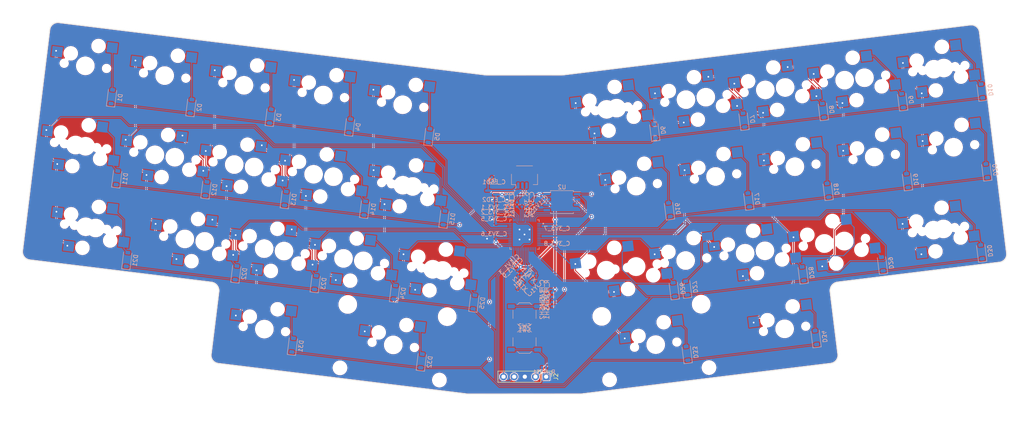
<source format=kicad_pcb>
(kicad_pcb (version 20221018) (generator pcbnew)
  (layers (0 "F.Cu" signal) (31 "B.Cu" signal) (34 "B.Paste" user) (35 "F.Paste" user) (36 "B.SilkS" user "B.Silkscreen") (37 "F.SilkS" user "F.Silkscreen") (38 "B.Mask" user) (39 "F.Mask" user) (44 "Edge.Cuts" user))
  (net 0 "")
  (net 1 "+1V1")
  (net 2 "GND")
  (net 3 "+3V3")
  (net 4 "XTAL_IN")
  (net 5 "+5V")
  (net 6 "row0")
  (net 7 "Net-(D1-A)")
  (net 8 "Net-(D2-A)")
  (net 9 "Net-(D3-A)")
  (net 10 "Net-(D4-A)")
  (net 11 "Net-(D5-A)")
  (net 12 "Net-(D6-A)")
  (net 13 "Net-(D7-A)")
  (net 14 "Net-(D8-A)")
  (net 15 "Net-(D9-A)")
  (net 16 "Net-(D10-A)")
  (net 17 "row1")
  (net 18 "Net-(D11-A)")
  (net 19 "Net-(D12-A)")
  (net 20 "Net-(D13-A)")
  (net 21 "Net-(D14-A)")
  (net 22 "Net-(D15-A)")
  (net 23 "Net-(D16-A)")
  (net 24 "Net-(D17-A)")
  (net 25 "Net-(D18-A)")
  (net 26 "Net-(D19-A)")
  (net 27 "Net-(D20-A)")
  (net 28 "row2")
  (net 29 "Net-(D21-A)")
  (net 30 "Net-(D22-A)")
  (net 31 "Net-(D23-A)")
  (net 32 "Net-(D24-A)")
  (net 33 "Net-(D25-A)")
  (net 34 "Net-(D26-A)")
  (net 35 "Net-(D27-A)")
  (net 36 "Net-(D28-A)")
  (net 37 "Net-(D29-A)")
  (net 38 "Net-(D30-A)")
  (net 39 "row3")
  (net 40 "Net-(D31-A)")
  (net 41 "Net-(D32-A)")
  (net 42 "Net-(D33-A)")
  (net 43 "Net-(D34-A)")
  (net 44 "D-")
  (net 45 "D+")
  (net 46 "RESET")
  (net 47 "SWDIO")
  (net 48 "SWCLK")
  (net 49 "col0")
  (net 50 "col1")
  (net 51 "col2")
  (net 52 "col3")
  (net 53 "col4")
  (net 54 "col5")
  (net 55 "col6")
  (net 56 "col7")
  (net 57 "col8")
  (net 58 "col9")
  (net 59 "XTAL_OUT")
  (net 60 "+")
  (net 61 "-")
  (net 62 "CS")
  (net 63 "SD1")
  (net 64 "SD2")
  (net 65 "SD0")
  (net 66 "QSPI_CLK")
  (net 67 "SD3")
  (net 75 "Net-(C_XTAL2-Pad2)")
  (net 76 "Net-(R_FLASH1-Pad1)")
  (net 77 "Net-(R_FLASH2-Pad1)")
  (footprint "MX_Only:MXOnly-1U-Hotswap" (layer "F.Cu") (at 63.061887 41.847973 -7)
    (fp_text reference "MX2")
    (fp_text value "CPG151101S11")
  )
  (footprint "MX_Only:MXOnly-1U-Hotswap" (layer "F.Cu") (at 232.180308 61.271807 7)
    (fp_text reference "MX19")
    (fp_text value "CPG151101S11")
  )
  (footprint "MX_Only:MXOnly-1U-Hotswap" (layer "F.Cu") (at 248.766715 40.042174 -173)
    (fp_text reference "MX39")
    (fp_text value "CPG151101S11")
  )
  (footprint "MX_Only:MXOnly-1U-Hotswap" (layer "F.Cu") (at 201.412886 84.242651 7)
    (fp_text reference "MX51")
    (fp_text value "CPG151101S11")
  )
  (footprint "MX_Only:MXOnly-1.25U-Hotswap" (layer "F.Cu") (at 246.403212 40.332377 7)
    (fp_text reference "MX10")
    (fp_text value "CPG151101S11")
  )
  (footprint "MX_Only:MXOnly-1U-Hotswap" (layer "F.Cu") (at 220.320906 81.921038 7)
    (fp_text reference "MX52")
    (fp_text value "CPG151101S11")
  )
  (footprint "MX_Only:MXOnly-1U-Hotswap" (layer "F.Cu") (at 67.872667 80.824787 -7)
    (fp_text reference "MX22")
    (fp_text value "CPG151101S11")
  )
  (footprint "MX_Only:MXOnly-1.75U-Hotswap" (layer "F.Cu") (at 175.41436 87.434869 -173)
    (fp_text reference "MX50")
    (fp_text value "CPG151101S11")
  )
  (footprint "MX_Only:MXOnly-1U-Hotswap" (layer "F.Cu") (at 91.507674 83.726801 173)
    (fp_text reference "MX47")
    (fp_text value "CPG151101S11")
  )
  (footprint "MX_Only:MXOnly-1U-Hotswap" (layer "F.Cu") (at 187.231871 85.98386 7)
    (fp_text reference "MX27")
    (fp_text value "CPG151101S11")
  )
  (footprint "MX_Only:MXOnly-1U-Hotswap" (layer "F.Cu") (at 206.22367 45.265804 7)
    (fp_text reference "MX8")
    (fp_text value "CPG151101S11")
  )
  (footprint "MX_Only:MXOnly-1U-Hotswap" (layer "F.Cu") (at 129.323681 88.370023 173)
    (fp_text reference "MX49")
    (fp_text value "CPG151101S11")
  )
  (footprint "MX_Only:MXOnly-1U-Hotswap" (layer "F.Cu") (at 187.31565 47.587416 7)
    (fp_text reference "MX7")
    (fp_text value "CPG151101S11")
  )
  (footprint "MX_Only:MXOnly-1.5U-Hotswap" (layer "F.Cu") (at 44.237663 77.922774 -7)
    (fp_text reference "MX21")
    (fp_text value "CPG151101S11")
  )
  (footprint "MX_Only:MXOnly-1U-Hotswap" (layer "F.Cu") (at 79.648281 63.077586 -7)
    (fp_text reference "MX13")
    (fp_text value "CPG151101S11")
  )
  (footprint "MX_Only:MXOnly-1.75U-Hotswap" (layer "F.Cu") (at 46.601164 78.212974 173)
    (fp_text reference "MX45")
    (fp_text value "CPG151101S11")
  )
  (footprint "MX_Only:MXOnly-1U-Hotswap" (layer "F.Cu") (at 206.139892 83.662248 -173)
    (fp_text reference "MX28")
    (fp_text value "CPG151101S11")
  )
  (footprint "Connector_PinHeader_2.54mm:PinHeader_1x05_P2.54mm_Vertical" (layer "F.Cu") (at 153.981705 113.704782 -90)
    (fp_text reference "J2")
    (fp_text value "SWD")
  )
  (footprint "MX_Only:MXOnly-1U-Hotswap" (layer "F.Cu") (at 229.858695 42.363787 -173)
    (fp_text reference "MX38")
    (fp_text value "CPG151101S11")
  )
  (footprint "MX_Only:MXOnly-1U-Hotswap" (layer "F.Cu") (at 105.688676 85.468009 -7)
    (fp_text reference "MX24")
    (fp_text value "CPG151101S11")
  )
  (footprint "MX_Only:MXOnly-2U-Hotswap-ReversedStabilizers" (layer "F.Cu") (at 180.099474 106.052687 7)
    (fp_text reference "MX33")
    (fp_text value "CPG151101S11")
  )
  (footprint "MX_Only:MXOnly-1U-Hotswap" (layer "F.Cu") (at 110.415677 86.048412 173)
    (fp_text reference "MX48")
    (fp_text value "CPG151101S11")
  )
  (footprint "MX_Only:MXOnly-2U-Hotswap-ReversedStabilizers" (layer "F.Cu") (at 117.548068 106.117221 -7)
    (fp_text reference "MX32")
    (fp_text value "CPG151101S11")
  )
  (footprint "MX_Only:MXOnly-1.25U-Hotswap" (layer "F.Cu") (at 86.822562 102.344604 -7)
    (fp_text reference "MX31")
    (fp_text value "CPG151101S11")
  )
  (footprint "MX_Only:MXOnly-1.25U-Hotswap" (layer "F.Cu") (at 44.195773 58.724569 173)
    (fp_text reference "MX40")
    (fp_text value "CPG151101S11")
  )
  (footprint "MX_Only:MXOnly-1U-Hotswap" (layer "F.Cu") (at 210.825008 102.280066 7)
    (fp_text reference "MX34")
    (fp_text value "CPG151101S11")
  )
  (footprint "MX_Only:MXOnly-1.25U-Hotswap" (layer "F.Cu") (at 119.827789 68.011012 -7)
    (fp_text reference "MX44")
    (fp_text value "CPG151101S11")
  )
  (footprint "MX_Only:MXOnly-1U-Hotswap" (layer "F.Cu") (at 119.7859 48.812805 -7)
    (fp_text reference "MX5")
    (fp_text value "CPG151101S11")
  )
  (footprint "MX_Only:MXOnly-1U-Hotswap" (layer "F.Cu") (at 98.556286 65.399197 -7)
    (fp_text reference "MX14")
    (fp_text value "CPG151101S11")
  )
  (footprint "MX_Only:MXOnly-1U-Hotswap" (layer "F.Cu") (at 81.969892 44.169583 -7)
    (fp_text reference "MX3")
    (fp_text value "CPG151101S11")
  )
  (footprint "MX_Only:MXOnly-1.25U-Hotswap" (layer "F.Cu") (at 170.771133 49.618829 -173)
    (fp_text reference "MX35")
    (fp_text value "CPG151101S11")
  )
  (footprint "MX_Only:MXOnly-1U-Hotswap" (layer "F.Cu") (at 225.131691 42.944192 7)
    (fp_text reference "MX9")
    (fp_text value "CPG151101S11")
  )
  (footprint "MX_Only:MXOnly-1.5U-Hotswap" (layer "F.Cu") (at 248.682936 78.438618 -173)
    (fp_text reference "MX53")
    (fp_text value "CPG151101S11")
  )
  (footprint "MX_Only:MXOnly-1U-Hotswap" (layer "F.Cu") (at 86.780671 83.146398 -7)
    (fp_text reference "MX23")
    (fp_text value "CPG151101S11")
  )
  (footprint "MX_Only:MXOnly-1U-Hotswap" (layer "F.Cu") (at 41.832272 58.434365 -7)
    (fp_text reference "MX11")
    (fp_text value "CPG151101S11")
  )
  (footprint "MX_Only:MXOnly-1U-Hotswap" (layer "F.Cu") (at 210.950675 44.685399 -173)
    (fp_text reference "MX37")
    (fp_text value "CPG151101S11")
  )
  (footprint "MX_Only:MXOnly-1U-Hotswap" (layer "F.Cu") (at 194.364268 65.915032 7)
    (fp_text reference "MX17")
    (fp_text value "CPG151101S11")
  )
  (footprint "MX_Only:MXOnly-1U-Hotswap" (layer "F.Cu") (at 60.740276 60.755976 -7)
    (fp_text reference "MX12")
    (fp_text value "CPG151101S11")
  )
  (footprint "MX_Only:MXOnly-1U-Hotswap" (layer "F.Cu") (at 84.375283 63.657991 173)
    (fp_text reference "MX42")
    (fp_text value "CPG151101S11")
  )
  (footprint "MX_Only:MXOnly-1U-Hotswap" (layer "F.Cu") (at 103.283287 65.979601 173)
    (fp_text reference "MX43")
    (fp_text value "CPG151101S11")
  )
  (footprint "MX_Only:MXOnly-1U-Hotswap" (layer "F.Cu") (at 168.40763 49.909029 7)
    (fp_text reference "MX6")
    (fp_text value "CPG151101S11")
  )
  (footprint "MX_Only:MXOnly-1U-Hotswap" (layer "F.Cu") (at 100.877896 46.491195 -7)
    (fp_text reference "MX4")
    (fp_text value "CPG151101S11")
  )
  (footprint "MX_Only:MXOnly-1U-Hotswap" (layer "F.Cu") (at 175.456248 68.236645 7)
    (fp_text reference "MX16")
    (fp_text value "CPG151101S11")
  )
  (footprint "MX_Only:MXOnly-1U-Hotswap" (layer "F.Cu") (at 72.59967 81.405189 173)
    (fp_text reference "MX46")
    (fp_text value "CPG151101S11")
  )
  (footprint "MX_Only:MXOnly-1U-Hotswap" (layer "F.Cu") (at 192.042655 47.007012 -173)
    (fp_text reference "MX36")
    (fp_text value "CPG151101S11")
  )
  (footprint "MX_Only:MXOnly-1.25U-Hotswap" (layer "F.Cu") (at 126.960181 88.079822 -7)
    (fp_text reference "MX25")
    (fp_text value "CPG151101S11")
  )
  (footprint "MX_Only:MXOnly-1.75U-Hotswap" (layer "F.Cu") (at 246.319434 78.728818 7)
    (fp_text reference "MX30")
    (fp_text value "CPG151101S11")
  )
  (footprint "MX_Only:MXOnly-1U-Hotswap" (layer "F.Cu") (at 168.323851 88.305473 7)
    (fp_text reference "MX26")
    (fp_text value "CPG151101S11")
  )
  (footprint "MX_Only:MXOnly-1U-Hotswap" (layer "F.Cu") (at 225.047911 81.340635 -173)
    (fp_text reference "MX29")
    (fp_text value "CPG151101S11")
  )
  (footprint "MX_Only:MXOnly-1U-Hotswap" (layer "F.Cu") (at 251.088328 58.950194 7)
    (fp_text reference "MX20")
    (fp_text value "CPG151101S11")
  )
  (footprint "MX_Only:MXOnly-1U-Hotswap" (layer "F.Cu") (at 122.191291 68.301214 173)
    (fp_text reference "MX15")
    (fp_text value "CPG151101S11")
  )
  (footprint "MX_Only:MXOnly-1U-Hotswap" (layer "F.Cu") (at 44.153884 39.526361 -7)
    (fp_text reference "MX1")
    (fp_text value "CPG151101S11")
  )
  (footprint "MX_Only:MXOnly-1U-Hotswap" (layer "F.Cu") (at 65.467278 61.336379 173)
    (fp_text reference "MX41")
    (fp_text value "CPG151101S11")
  )
  (footprint "MX_Only:MXOnly-1U-Hotswap" (layer "F.Cu") (at 213.272288 63.59342 7)
    (fp_text reference "MX18")
    (fp_text value "CPG151101S11")
  )
  (footprint "Resistor_SMD:R_0402_1005Metric" (layer "B.Cu") (at 154.186067 96.411958 -90)
    (fp_text reference "R_FLASH2")
    (fp_text value "5k1")
  )
  (footprint "Diode_SMD:D_SOD-123" (layer "B.Cu") (at 238.929009 47.847715 97)
    (fp_text reference "D9")
    (fp_text value "1N4148W")
  )
  (footprint "Resistor_SMD:R_0402_1005Metric" (layer "B.Cu") (at 145.851685 72.628186 -90)
    (fp_text reference "R_DATA2")
    (fp_text value "27")
  )
  (footprint "Capacitor_SMD:C_0402_1005Metric" (layer "B.Cu") (at 141.546681 72.628186 180)
    (fp_text reference "C_ESD2")
    (fp_text value "1u")
  )
  (footprint "Diode_SMD:D_SOD-123" (layer "B.Cu") (at 240.068871 66.900834 97)
    (fp_text reference "D19")
    (fp_text value "1N4148W")
  )
  (footprint "Resistor_SMD:R_0402_1005Metric" (layer "B.Cu") (at 155.376693 94.146019 -90)
    (fp_text reference "R_FLASH3")
    (fp_text value "5k1")
  )
  (footprint "Capacitor_SMD:C_0402_1005Metric" (layer "B.Cu") (at 148.232936 72.628186 90)
    (fp_text reference "C_3V3_3")
    (fp_text value "100n")
  )
  (footprint "Button_Switch_SMD:SW_SPST_TL3342" (layer "B.Cu") (at 148.82825 105.370401 180)
    (fp_text reference "SW2")
    (fp_text value "RESET")
  )
  (footprint "Capacitor_SMD:C_0402_1005Metric" (layer "B.Cu") (at 141.546681 80.771942 180)
    (fp_text reference "C_3V3_6")
    (fp_text value "100n")
  )
  (footprint "Diode_SMD:D_SOD-123" (layer "B.Cu") (at 110.757568 73.495014 83)
    (fp_text reference "D14")
    (fp_text value "1N4148W")
  )
  (footprint "Diode_SMD:D_SOD-123" (layer "B.Cu") (at 117.889965 93.563839 83)
    (fp_text reference "D24")
    (fp_text value "1N4148W")
  )
  (footprint "Capacitor_SMD:C_0402_1005Metric" (layer "B.Cu") (at 147.529287 93.025327 135)
    (fp_text reference "C_XTAL2")
    (fp_text value "22p")
  )
  (footprint "Diode_SMD:D_SOD-123" (layer "B.Cu") (at 54.075398 85.728395 83)
    (fp_text reference "D21")
    (fp_text value "1N4148W")
  )
  (footprint "Diode_SMD:D_SOD-123" (layer "B.Cu") (at 187.43905 92.556042 97)
    (fp_text reference "D27")
    (fp_text value "1N4148W")
  )
  (footprint "Connector_JST:JST_SH_SM04B-SRSS-TB_1x04-1MP_P1.00mm_Horizontal" (layer "B.Cu") (at 148.82825 66.079743)
    (fp_text reference "J1")
    (fp_text value "SM04B-SRSS-TB(LF)(SN)")
  )
  (footprint "Diode_SMD:D_SOD-123" (layer "B.Cu") (at 215.210205 89.146174 97)
    (fp_text reference "D28")
    (fp_text value "1N4148W")
  )
  (footprint "Resistor_SMD:R_0402_1005Metric" (layer "B.Cu") (at 155.376692 96.411958 -90)
    (fp_text reference "R_FLASH1")
    (fp_text value "1k")
  )
  (footprint "Diode_SMD:D_SOD-123" (layer "B.Cu") (at 202.25283 71.544061 97)
    (fp_text reference "D17")
    (fp_text value "1N4148W")
  )
  (footprint "Capacitor_SMD:C_0402_1005Metric" (layer "B.Cu") (at 141.546681 77.171942 180)
    (fp_text reference "C_3V3_5")
    (fp_text value "100n")
  )
  (footprint "Package_SO:SOIC-8_5.23x5.23mm_P1.27mm" (layer "B.Cu") (at 157.757945 72.032872 180)
    (fp_text reference "U2")
    (fp_text value "W25Q128JVS")
  )
  (footprint "Diode_SMD:D_SOD-123" (layer "B.Cu") (at 179.841445 55.102754 97)
    (fp_text reference "D6")
    (fp_text value "1N4148W")
  )
  (footprint "Diode_SMD:D_SOD-123" (layer "B.Cu") (at 98.981946 91.242225 83)
    (fp_text reference "D23")
    (fp_text value "1N4148W")
  )
  (footprint "Diode_SMD:D_SOD-123" (layer "B.Cu") (at 257.75325 83.922545 97)
    (fp_text reference "D30")
    (fp_text value "1N4148W")
  )
  (footprint "Diode_SMD:D_SOD-123" (layer "B.Cu") (at 218.278266 104.363839 97)
    (fp_text reference "D34")
    (fp_text value "1N4148W")
  )
  (footprint "Resistor_SMD:R_0402_1005Metric" (layer "B.Cu") (at 153.471704 111.450184)
    (fp_text reference "R_RST1")
    (fp_text value "5k1")
  )
  (footprint "Capacitor_SMD:C_0402_1005Metric" (layer "B.Cu") (at 149.423563 72.628186 90)
    (fp_text reference "C_3V3_4")
    (fp_text value "100n")
  )
  (footprint "Diode_SMD:D_SOD-123" (layer "B.Cu") (at 257.837029 45.526102 97)
    (fp_text reference "D10")
    (fp_text value "1N4148W")
  )
  (footprint "Diode_SMD:D_SOD-123" (layer "B.Cu") (at 50.446364 46.89665 83)
    (fp_text reference "D1")
    (fp_text value "1N4148W")
  )
  (footprint "Capacitor_SMD:C_0402_1005Metric" (layer "B.Cu") (at 151.209502 72.032873 45)
    (fp_text reference "C_1V1_2")
    (fp_text value "100n")
  )
  (footprint "Diode_SMD:D_SOD-123" (layer "B.Cu") (at 107.170424 53.861488 83)
    (fp_text reference "D4")
    (fp_text value "1N4148W")
  )
  (footprint "Capacitor_SMD:C_0402_1005Metric" (layer "B.Cu") (at 151.317837 89.236779 -45)
    (fp_text reference "C_XTAL1")
    (fp_text value "22p")
  )
  (footprint "Capacitor_SMD:C_0402_1005Metric" (layer "B.Cu") (at 156.567319 80.771942)
    (fp_text reference "C_3V3_8")
    (fp_text value "100n")
  )
  (footprint "Diode_SMD:D_SOD-123" (layer "B.Cu") (at 91.849548 71.173401 83)
    (fp_text reference "D13")
    (fp_text value "1N4148W")
  )
  (footprint "Diode_SMD:D_SOD-123" (layer "B.Cu") (at 258.976891 64.579221 97)
    (fp_text reference "D20")
    (fp_text value "1N4148W")
  )
  (footprint "Resistor_SMD:R_0402_1005Metric" (layer "B.Cu") (at 147.703652 89.411142 45)
    (fp_text reference "R_XTAL1")
    (fp_text value "1k")
  )
  (footprint "Resistor_SMD:R_0402_1005Metric" (layer "B.Cu") (at 147.042312 72.628186 -90)
    (fp_text reference "R_DATA1")
    (fp_text value "27")
  )
  (footprint "Diode_SMD:D_SOD-123" (layer "B.Cu") (at 184.484672 92.918795 97)
    (fp_text reference "D26")
    (fp_text value "1N4148W")
  )
  (footprint "Diode_SMD:D_SOD-123" (layer "B.Cu") (at 69.354383 49.218262 83)
    (fp_text reference "D2")
    (fp_text value "1N4148W")
  )
  (footprint "Diode_SMD:D_SOD-123" (layer "B.Cu") (at 187.552734 108.136459 97)
    (fp_text reference "D33")
    (fp_text value "1N4148W")
  )
  (footprint "Diode_SMD:D_SOD-123" (layer "B.Cu") (at 93.55038 106.169691 83)
    (fp_text reference "D31")
    (fp_text value "1N4148W")
  )
  (footprint "Diode_SMD:D_SOD-123" (layer "B.Cu") (at 183.344811 73.865674 97)
    (fp_text reference "D16")
    (fp_text value "1N4148W")
  )
  (footprint "Diode_SMD:D_SOD-123" (layer "B.Cu") (at 126.078444 56.183101 83)
    (fp_text reference "D5")
    (fp_text value "1N4148W")
  )
  (footprint "Diode_SMD:D_SOD-123" (layer "B.Cu") (at 72.941528 68.851788 83)
    (fp_text reference "D12")
    (fp_text value "1N4148W")
  )
  (footprint "Diode_SMD:D_SOD-123" (layer "B.Cu") (at 129.665589 75.816626 83)
    (fp_text reference "D15")
    (fp_text value "1N4148W")
  )
  (footprint "Crystal:Crystal_SMD_3225-4Pin_3.2x2.5mm" (layer "B.Cu") (at 149.423563 91.131053 45)
    (fp_text reference "Y1")
    (fp_text value "12MHz")
  )
  (footprint "Capacitor_SMD:C_0402_1005Metric" (layer "B.Cu") (at 141.54668 66.079743)
    (fp_text reference "C_ESD1")
    (fp_text value "1u")
  )
  (footprint "Capacitor_SMD:C_0402_1005Metric" (layer "B.Cu") (at 146.019889 87.727379 -135)
    (fp_text reference "C_1V1_3")
    (fp_text value "100n")
  )
  (footprint "Package_TO_SOT_SMD:SOT-23" (layer "B.Cu") (at 141.08918 69.296934 180)
    (fp_text reference "U3")
    (fp_text value "XC6206P332MR")
  )
  (footprint "Diode_SMD:D_SOD-123" (layer "B.Cu") (at 51.670004 66.239972 83)
    (fp_text reference "D11")
    (fp_text value "1N4148W")
  )
  (footprint "Diode_SMD:D_SOD-123" (layer "B.Cu") (at 136.797985 95.885452 83)
    (fp_text reference "D25")
    (fp_text value "1N4148W")
  )
  (footprint "Diode_SMD:D_SOD-123" (layer "B.Cu") (at 88.262403 51.539875 83)
    (fp_text reference "D3")
    (fp_text value "1N4148W")
  )
  (footprint "Capacitor_SMD:C_0402_1005Metric" (layer "B.Cu") (at 141.546681 74.414125 180)
    (fp_text reference "C_3V3_1")
    (fp_text value "10u")
  )
  (footprint "Capacitor_SMD:C_0402_1005Metric" (layer "B.Cu") (at 146.861771 88.569261 -135)
    (fp_text reference "C_3V3_9")
    (fp_text value "100n")
  )
  (footprint "Capacitor_SMD:C_0402_1005Metric" (layer "B.Cu") (at 144.661059 72.628186 90)
    (fp_text reference "C_1V1_1")
    (fp_text value "1u")
  )
  (footprint "Diode_SMD:D_SOD-123" (layer "B.Cu") (at 124.275913 109.942311 83)
    (fp_text reference "D32")
    (fp_text value "1N4148W")
  )
  (footprint "Diode_SMD:D_SOD-123" (layer "B.Cu") (at 201.112969 52.49094 97)
    (fp_text reference "D7")
    (fp_text value "1N4148W")
  )
  (footprint "MCUs:QFN40P700X700X90-57N" (layer "B.Cu") (at 148.828251 79.771942 180)
    (fp_text reference "U1")
    (fp_text value "RP2040")
  )
  (footprint "Capacitor_SMD:C_0402_1005Metric" (layer "B.Cu") (at 154.186067 94.116018 -90)
    (fp_text reference "C_FLASH1")
    (fp_text value "100n")
  )
  (footprint "Capacitor_SMD:C_0402_1005Metric" (layer "B.Cu") (at 141.546681 75.604751 180)
    (fp_text reference "C_3V3_2")
    (fp_text value "1u")
  )
  (footprint "Diode_SMD:D_SOD-123" (layer "B.Cu") (at 220.020989 50.169327 97)
    (fp_text reference "D8")
    (fp_text value "1N4148W")
  )
  (footprint "Capacitor_SMD:C_0402_1005Metric" (layer "B.Cu") (at 156.567319 77.171942)
    (fp_text reference "C_3V3_7")
    (fp_text value "100n")
  )
  (footprint "Diode_SMD:D_SOD-123" (layer "B.Cu") (at 221.160851 69.222446 97)
    (fp_text reference "D18")
    (fp_text value "1N4148W")
  )
  (footprint "Diode_SMD:D_SOD-123" (layer "B.Cu") (at 234.118225 86.82456 97)
    (fp_text reference "D29")
    (fp_text value "1N4148W")
  )
  (footprint "Diode_SMD:D_SOD-123" (layer "B.Cu") (at 80.073926 88.920612 83)
    (fp_text reference "D22")
    (fp_text value "1N4148W")
  )
  (footprint "Button_Switch_SMD:SW_SPST_TL3342" (layer "B.Cu") (at 148.82825 98.821958)
    (fp_text reference "SW1")
    (fp_text value "BOOTSEL")
  )
  (gr_line (start 74.087981 108.36248) (end 75.922114 93.42466) (stroke (width 0.09)) (layer "Edge.Cuts"))
  (gr_curve (pts (xy 35.616928 30.896619) (xy 35.75154 29.800283) (xy 36.749422 29.020653) (xy 37.845758 29.155265)) (stroke (width 0.09)) (layer "Edge.Cuts"))
  (gr_line (start 262.045311 86.441137) (end 223.472979 91.177222) (stroke (width 0.09)) (layer "Edge.Cuts"))
  (gr_curve (pts (xy 30.880926 85.879277) (xy 29.78459 85.744667) (xy 29.004958 84.746784) (xy 29.139572 83.650447)) (stroke (width 0.09)) (layer "Edge.Cuts"))
  (gr_line (start 221.731625 93.406055) (end 223.565758 108.343875) (stroke (width 0.09)) (layer "Edge.Cuts"))
  (gr_line (start 29.139572 83.650447) (end 35.616928 30.896619) (stroke (width 0.09)) (layer "Edge.Cuts"))
  (gr_curve (pts (xy 157.554518 41.662043) (xy 157.716717 41.66195) (xy 157.878759 41.651993) (xy 158.039746 41.632227)) (stroke (width 0.09)) (layer "Edge.Cuts"))
  (gr_line (start 37.845758 29.155265) (end 139.542808 41.642093) (stroke (width 0.09)) (layer "Edge.Cuts"))
  (gr_curve (pts (xy 75.922114 93.42466) (xy 76.056726 92.328326) (xy 75.277096 91.330441) (xy 74.180761 91.195829)) (stroke (width 0.09)) (layer "Edge.Cuts"))
  (gr_curve (pts (xy 139.542808 41.642093) (xy 139.705287 41.662043) (xy 139.868836 41.672002) (xy 140.032538 41.67191)) (stroke (width 0.09)) (layer "Edge.Cuts"))
  (gr_curve (pts (xy 135.541786 117.892701) (xy 135.37792 117.892813) (xy 135.214202 117.882857) (xy 135.051557 117.862886)) (stroke (width 0.09)) (layer "Edge.Cuts"))
  (gr_curve (pts (xy 75.829334 110.591312) (xy 74.732998 110.456698) (xy 73.953367 109.458817) (xy 74.087981 108.36248)) (stroke (width 0.09)) (layer "Edge.Cuts"))
  (gr_line (start 257.309309 31.458477) (end 263.786664 84.212305) (stroke (width 0.09)) (layer "Edge.Cuts"))
  (gr_curve (pts (xy 255.080477 29.717124) (xy 256.176814 29.582511) (xy 257.174697 30.362142) (xy 257.309309 31.458477)) (stroke (width 0.09)) (layer "Edge.Cuts"))
  (gr_curve (pts (xy 162.59944 117.844617) (xy 162.438617 117.864363) (xy 162.276743 117.874318) (xy 162.114714 117.874431)) (stroke (width 0.09)) (layer "Edge.Cuts"))
  (gr_line (start 158.039746 41.632227) (end 255.080477 29.717124) (stroke (width 0.09)) (layer "Edge.Cuts"))
  (gr_line (start 74.180761 91.195829) (end 30.880926 85.879277) (stroke (width 0.09)) (layer "Edge.Cuts"))
  (gr_curve (pts (xy 223.472979 91.177222) (xy 222.376643 91.311837) (xy 221.597011 92.309718) (xy 221.731625 93.406055)) (stroke (width 0.09)) (layer "Edge.Cuts"))
  (gr_line (start 162.114714 117.874431) (end 135.541786 117.892701) (stroke (width 0.09)) (layer "Edge.Cuts"))
  (gr_line (start 135.051557 117.862886) (end 75.829334 110.591312) (stroke (width 0.09)) (layer "Edge.Cuts"))
  (gr_curve (pts (xy 223.565758 108.343875) (xy 223.700372 109.440211) (xy 222.920742 110.438091) (xy 221.824405 110.572706)) (stroke (width 0.09)) (layer "Edge.Cuts"))
  (gr_curve (pts (xy 263.786664 84.212305) (xy 263.921277 85.308641) (xy 263.141647 86.306521) (xy 262.045311 86.441137)) (stroke (width 0.09)) (layer "Edge.Cuts"))
  (gr_line (start 221.824405 110.572706) (end 162.59944 117.844617) (stroke (width 0.09)) (layer "Edge.Cuts"))
  (gr_line (start 140.032538 41.67191) (end 157.554518 41.662043) (stroke (width 0.09)) (layer "Edge.Cuts"))
  (segment (start 144.661059 73.108186) (end 147.02825 75.475376) (width 0.2) (layer "B.Cu") (net 1))
  (segment (start 148.840798 77.056942) (end 149.813249 77.056943) (width 0.2) (layer "B.Cu") (net 1))
  (segment (start 149.02825 76.86949) (end 148.840798 77.056942) (width 0.2) (layer "B.Cu") (net 1))
  (segment (start 150.718876 77.962568) (end 149.813249 77.056943) (width 0.2) (layer "B.Cu") (net 1))
  (segment (start 149.02825 76.336942) (end 149.02825 76.86949) (width 0.2) (layer "B.Cu") (net 1))
  (segment (start 148.840798 77.056942) (end 147.215702 77.056942) (width 0.2) (layer "B.Cu") (net 1))
  (segment (start 150.146999 82.153194) (end 150.718876 81.581316) (width 0.2) (layer "B.Cu") (net 1))
  (segment (start 147.02825 75.475376) (end 147.02825 76.336942) (width 0.2) (layer "B.Cu") (net 1))
  (segment (start 148.22825 85.519018) (end 146.3593 87.387967) (width 0.2) (layer "B.Cu") (net 1))
  (segment (start 148.228249 83.206942) (end 148.22825 85.519018) (width 0.2) (layer "B.Cu") (net 1))
  (segment (start 148.749451 82.153194) (end 148.22825 82.674394) (width 0.2) (layer "B.Cu") (net 1))
  (segment (start 149.028249 74.435753) (end 149.02825 76.336942) (width 0.2) (layer "B.Cu") (net 1))
  (segment (start 150.146999 82.153194) (end 148.749451 82.153194) (width 0.2) (layer "B.Cu") (net 1))
  (segment (start 148.22825 82.674394) (end 148.228249 83.206942) (width 0.2) (layer "B.Cu") (net 1))
  (segment (start 150.718876 81.581316) (end 150.718876 77.962568) (width 0.2) (layer "B.Cu") (net 1))
  (segment (start 150.87009 72.593913) (end 149.028249 74.435753) (width 0.2) (layer "B.Cu") (net 1))
  (segment (start 147.028251 76.86949) (end 147.02825 76.336942) (width 0.2) (layer "B.Cu") (net 1))
  (segment (start 147.215702 77.056942) (end 147.028251 76.86949) (width 0.2) (layer "B.Cu") (net 1))
  (via (at 150.018876 80.962568) (size 0.8) (drill 0.4) (layers "F.Cu" "B.Cu") (net 2))
  (via (at 148.828251 79.771942) (size 0.8) (drill 0.4) (layers "F.Cu" "B.Cu") (net 2))
  (via (at 141.089182 73.818813) (size 0.8) (drill 0.4) (layers "F.Cu" "B.Cu") (net 2))
  (via (at 144.661059 71.43756) (size 0.8) (drill 0.4) (layers "F.Cu" "B.Cu") (net 2))
  (via (at 147.637624 78.581316) (size 0.8) (drill 0.4) (layers "F.Cu" "B.Cu") (net 2))
  (via (at 150.018876 78.581317) (size 0.8) (drill 0.4) (layers "F.Cu" "B.Cu") (net 2))
  (via (at 141.089181 71.43756) (size 0.8) (drill 0.4) (layers "F.Cu" "B.Cu") (net 2))
  (via (at 141.089181 76.200063) (size 0.8) (drill 0.4) (layers "F.Cu" "B.Cu") (net 2))
  (via (at 139.898555 80.771942) (size 0.8) (drill 0.4) (layers "F.Cu" "B.Cu") (net 2))
  (via (at 147.637624 80.962568) (size 0.8) (drill 0.4) (layers "F.Cu" "B.Cu") (net 2))
  (segment (start 149.483182 89.869352) (end 149.483183 92.273515) (width 0.4) (layer "B.Cu") (net 2))
  (segment (start 152.31645 90.713038) (end 150.519578 92.509911) (width 0.2) (layer "B.Cu") (net 2))
  (segment (start 150.455167 88.897368) (end 149.600338 89.752194) (width 0.4) (layer "B.Cu") (net 2))
  (segment (start 150.978425 88.897367) (end 150.455167 88.897368) (width 0.4) (layer "B.Cu") (net 2))
  (segment (start 152.31645 88.807037) (end 152.31645 90.713038) (width 0.2) (layer "B.Cu") (net 2))
  (segment (start 150.519578 92.509911) (end 149.246786 92.509911) (width 0.2) (layer "B.Cu") (net 2))
  (segment (start 149.82825 83.206942) (end 149.82825 86.318837) (width 0.2) (layer "B.Cu") (net 2))
  (segment (start 149.82825 86.318837) (end 152.31645 88.807037) (width 0.2) (layer "B.Cu") (net 2))
  (segment (start 148.723525 92.50991) (end 147.868698 93.364737) (width 0.4) (layer "B.Cu") (net 2))
  (segment (start 150.193979 87.511011) (end 156.087319 81.617671) (width 0.4) (layer "F.Cu") (net 3))
  (segment (start 156.08732 73.934125) (end 156.087319 76.200064) (width 0.4) (layer "F.Cu") (net 3))
  (segment (start 147.920021 87.511011) (end 150.193979 87.511011) (width 0.4) (layer "F.Cu") (net 3))
  (segment (start 156.087319 81.617671) (end 156.087319 109.059168) (width 0.4) (layer "F.Cu") (net 3))
  (segment (start 156.087319 76.200064) (end 156.087319 81.617671) (width 0.4) (layer "F.Cu") (net 3))
  (segment (start 142.02668 81.617671) (end 147.920021 87.511011) (width 0.4) (layer "F.Cu") (net 3))
  (segment (start 151.441705 113.704783) (end 156.087319 109.059168) (width 0.4) (layer "F.Cu") (net 3))
  (segment (start 143.470434 70.246934) (end 152.400128 70.246934) (width 0.4) (layer "F.Cu") (net 3))
  (segment (start 152.400128 70.246934) (end 156.08732 73.934125) (width 0.4) (layer "F.Cu") (net 3))
  (via (at 156.087319 81.617671) (size 0.8) (drill 0.4) (layers "F.Cu" "B.Cu") (net 3))
  (via (at 147.920021 87.511011) (size 0.8) (drill 0.4) (layers "F.Cu" "B.Cu") (net 3))
  (via (at 143.470434 70.246934) (size 0.8) (drill 0.4) (layers "F.Cu" "B.Cu") (net 3))
  (via (at 156.087319 92.868828) (size 0.8) (drill 0.4) (layers "F.Cu" "B.Cu") (net 3))
  (via (at 152.400128 70.246934) (size 0.8) (drill 0.4) (layers "F.Cu" "B.Cu") (net 3))
  (via (at 156.087319 76.200064) (size 0.8) (drill 0.4) (layers "F.Cu" "B.Cu") (net 3))
  (via (at 142.02668 81.617671) (size 0.8) (drill 0.4) (layers "F.Cu" "B.Cu") (net 3))
  (segment (start 146.228251 75.981317) (end 145.851685 75.604751) (width 0.2) (layer "B.Cu") (net 3))
  (segment (start 145.39325 80.771942) (end 142.026681 80.771943) (width 0.2) (layer "B.Cu") (net 3))
  (segment (start 145.401312 74.414126) (end 142.026681 74.414126) (width 0.2) (layer "B.Cu") (net 3))
  (segment (start 148.62825 83.206942) (end 148.62825 86.802782) (width 0.2) (layer "B.Cu") (net 3))
  (segment (start 148.628249 76.336941) (end 148.22825 76.336942) (width 0.2) (layer "B.Cu") (net 3))
  (segment (start 149.423563 73.108186) (end 148.628251 73.903499) (width 0.2) (layer "B.Cu") (net 3))
  (segment (start 148.62825 86.802782) (end 147.920021 87.511011) (width 0.2) (layer "B.Cu") (net 3))
  (segment (start 155.376693 93.579454) (end 156.087319 92.868828) (width 0.4) (layer "B.Cu") (net 3))
  (segment (start 152.26325 80.771942) (end 156.087319 80.771942) (width 0.2) (layer "B.Cu") (net 3))
  (segment (start 145.851685 75.604751) (end 142.026681 75.604751) (width 0.2) (layer "B.Cu") (net 3))
  (segment (start 142.02668 81.617671) (end 142.026681 80.771943) (width 0.4) (layer "B.Cu") (net 3))
  (segment (start 148.232937 76.332255) (end 148.22825 76.336942) (width 0.2) (layer "B.Cu") (net 3))
  (segment (start 148.628251 73.903499) (end 148.628249 76.336941) (width 0.2) (layer "B.Cu") (net 3))
  (segment (start 146.628251 75.641063) (end 145.401312 74.414126) (width 0.2) (layer "B.Cu") (net 3))
  (segment (start 152.961703 111.450185) (end 152.961703 112.184783) (width 0.4) (layer "B.Cu") (net 3))
  (segment (start 152.400128 70.246934) (end 154.038884 70.246934) (width 0.4) (layer "B.Cu") (net 3))
  (segment (start 146.22825 76.336943) (end 146.228251 75.981317) (width 0.2) (layer "B.Cu") (net 3))
  (segment (start 150.033564 72.498186) (end 150.033562 72.032873) (width 0.2) (layer "B.Cu") (net 3))
  (segment (start 152.961703 112.184783) (end 151.441705 113.704783) (width 0.4) (layer "B.Cu") (net 3))
  (segment (start 150.033562 72.032873) (end 151.819502 70.246934) (width 0.2) (layer "B.Cu") (net 3))
  (segment (start 146.62825 76.336942) (end 146.628251 75.641063) (width 0.2) (layer "B.Cu") (net 3))
  (segment (start 146.62825 76.336942) (end 146.22825 76.336943) (width 0.2) (layer "B.Cu") (net 3))
  (segment (start 151.819502 70.246934) (end 152.400128 70.246934) (width 0.2) (layer "B.Cu") (net 3))
  (segment (start 154.953258 92.868828) (end 154.186067 93.636018) (width 0.4) (layer "B.Cu") (net 3))
  (segment (start 156.087319 81.617671) (end 156.087319 80.771942) (width 0.4) (layer "B.Cu") (net 3))
  (segment (start 156.087319 92.868828) (end 154.953258 92.868828) (width 0.4) (layer "B.Cu") (net 3))
  (segment (start 156.087319 76.200064) (end 156.087318 77.171942) (width 0.4) (layer "B.Cu") (net 3))
  (segment (start 142.026681 70.246934) (end 143.470434 70.246934) (width 0.4) (layer "B.Cu") (net 3))
  (segment (start 154.038884 70.246934) (end 154.157945 70.127873) (width 0.4) (layer "B.Cu") (net 3))
  (segment (start 148.232938 73.108186) (end 148.232937 76.332255) (width 0.2) (layer "B.Cu") (net 3))
  (segment (start 152.26325 77.171942) (end 156.087318 77.171942) (width 0.2) (layer "B.Cu") (net 3))
  (segment (start 142.026681 70.246934) (end 142.02668 77.171941) (width 0.4) (layer "B.Cu") (net 3))
  (segment (start 145.393249 77.171943) (end 142.02668 77.171941) (width 0.2) (layer "B.Cu") (net 3))
  (segment (start 149.423563 73.108186) (end 150.033564 72.498186) (width 0.2) (layer "B.Cu") (net 3))
  (segment (start 147.201181 88.22985) (end 147.920021 87.511011) (width 0.4) (layer "B.Cu") (net 3))
  (segment (start 151.657248 88.713519) (end 151.657248 89.57619) (width 0.2) (layer "B.Cu") (net 4))
  (segment (start 151.657248 89.57619) (end 151.657248 90.099449) (width 0.2) (layer "B.Cu") (net 4))
  (segment (start 151.657248 90.099449) (end 150.80242 90.954276) (width 0.2) (layer "B.Cu") (net 4))
  (segment (start 149.42825 83.206942) (end 149.428249 86.484521) (width 0.2) (layer "B.Cu") (net 4))
  (segment (start 149.428249 86.484521) (end 151.657248 88.713519) (width 0.2) (layer "B.Cu") (net 4))
  (segment (start 146.111059 69.296934) (end 147.32825 68.079743) (width 0.4) (layer "B.Cu") (net 5))
  (segment (start 140.15168 69.296934) (end 146.111059 69.296934) (width 0.4) (layer "B.Cu") (net 5))
  (segment (start 141.066681 66.079743) (end 140.151681 66.994744) (width 0.4) (layer "B.Cu") (net 5))
  (segment (start 140.151681 66.994744) (end 140.15168 69.296934) (width 0.4) (layer "B.Cu") (net 5))
  (segment (start 178.962183 57.820801) (end 180.04253 56.740455) (width 0.2) (layer "B.Cu") (net 6))
  (segment (start 130.137515 67.740715) (end 130.137515 62.080957) (width 0.2) (layer "B.Cu") (net 6))
  (segment (start 125.87736 57.820802) (end 178.962183 57.820801) (width 0.2) (layer "B.Cu") (net 6))
  (segment (start 140.768742 78.371942) (end 130.137515 67.740715) (width 0.2) (layer "B.Cu") (net 6))
  (segment (start 130.137515 62.080957) (end 125.87736 57.820802) (width 0.2) (layer "B.Cu") (net 6))
  (segment (start 50.24528 48.534351) (end 125.87736 57.820803) (width 0.2) (layer "B.Cu") (net 6))
  (segment (start 140.768742 78.371942) (end 145.39325 78.371942) (width 0.2) (layer "B.Cu") (net 6))
  (segment (start 258.038113 47.163801) (end 180.04253 56.740456) (width 0.2) (layer "B.Cu") (net 6))
  (segment (start 50.571434 35.196188) (end 50.571434 45.182935) (width 0.2) (layer "B.Cu") (net 7))
  (segment (start 69.479438 37.517799) (end 69.479438 47.504533) (width 0.2) (layer "B.Cu") (net 8))
  (segment (start 88.387443 39.839409) (end 88.387443 49.826131) (width 0.2) (layer "B.Cu") (net 9))
  (segment (start 107.295447 42.161021) (end 107.295447 52.147726) (width 0.2) (layer "B.Cu") (net 10))
  (segment (start 126.20345 44.482631) (end 126.203452 54.469323) (width 0.2) (layer "B.Cu") (net 11))
  (segment (start 173.586989 44.154935) (end 178.112871 48.680818) (width 0.2) (layer "B.Cu") (net 12))
  (segment (start 178.112871 51.937561) (end 179.640364 53.465052) (width 0.2) (layer "B.Cu") (net 12))
  (segment (start 178.112871 48.680818) (end 178.112871 51.276451) (width 0.2) (layer "B.Cu") (net 12))
  (segment (start 192.644003 42.134907) (end 194.569846 42.134908) (width 0.2) (layer "F.Cu") (net 13))
  (segment (start 199.495916 47.060976) (end 199.495914 49.090786) (width 0.2) (layer "F.Cu") (net 13))
  (segment (start 194.569846 42.134908) (end 199.495916 47.060976) (width 0.2) (layer "F.Cu") (net 13))
  (via (at 192.644003 42.134907) (size 0.8) (drill 0.4) (layers "F.Cu" "B.Cu") (net 13))
  (via (at 199.495914 49.090786) (size 0.8) (drill 0.4) (layers "F.Cu" "B.Cu") (net 13))
  (segment (start 199.384392 49.325747) (end 200.911884 50.853239) (width 0.2) (layer "B.Cu") (net 13))
  (segment (start 218.403936 44.739362) (end 218.403934 46.769173) (width 0.2) (layer "F.Cu") (net 14))
  (segment (start 213.477867 39.813295) (end 218.403936 44.739362) (width 0.2) (layer "F.Cu") (net 14))
  (segment (start 211.552023 39.813294) (end 213.477867 39.813295) (width 0.2) (layer "F.Cu") (net 14))
  (via (at 211.552023 39.813294) (size 0.8) (drill 0.4) (layers "F.Cu" "B.Cu") (net 14))
  (via (at 218.403934 46.769173) (size 0.8) (drill 0.4) (layers "F.Cu" "B.Cu") (net 14))
  (segment (start 218.292413 47.004135) (end 219.819905 48.531625) (width 0.2) (layer "B.Cu") (net 14))
  (segment (start 230.311048 37.190096) (end 232.084303 37.190097) (width 0.2) (layer "B.Cu") (net 15))
  (segment (start 237.200433 42.306227) (end 237.200433 44.021411) (width 0.2) (layer "B.Cu") (net 15))
  (segment (start 237.200433 44.682522) (end 238.727925 46.210013) (width 0.2) (layer "B.Cu") (net 15))
  (segment (start 232.084303 37.190097) (end 237.200433 42.306227) (width 0.2) (layer "B.Cu") (net 15))
  (segment (start 256.108453 39.104165) (end 256.108453 41.699797) (width 0.2) (layer "B.Cu") (net 16))
  (segment (start 256.108453 42.360909) (end 257.635945 43.888401) (width 0.2) (layer "B.Cu") (net 16))
  (segment (start 251.58257 34.578282) (end 256.108453 39.104165) (width 0.2) (layer "B.Cu") (net 16))
  (segment (start 133.350112 77.454327) (end 141.257505 69.546934) (width 0.2) (layer "F.Cu") (net 17))
  (segment (start 164.800326 75.503376) (end 158.843885 69.546935) (width 0.2) (layer "F.Cu") (net 17))
  (segment (start 141.257505 69.546934) (end 158.843885 69.546935) (width 0.2) (layer "F.Cu") (net 17))
  (via (at 133.350112 77.454327) (size 0.8) (drill 0.4) (layers "F.Cu" "B.Cu") (net 17))
  (via (at 164.800326 75.503376) (size 0.8) (drill 0.4) (layers "F.Cu" "B.Cu") (net 17))
  (segment (start 152.26325 78.371942) (end 180.677328 78.371942) (width 0.2) (layer "B.Cu") (net 17))
  (segment (start 152.26325 78.371942) (end 161.931758 78.371942) (width 0.2) (layer "B.Cu") (net 17))
  (segment (start 129.464505 77.454327) (end 133.350112 77.454327) (width 0.2) (layer "B.Cu") (net 17))
  (segment (start 161.931758 78.371942) (end 164.800326 75.503376) (width 0.2) (layer "B.Cu") (net 17))
  (segment (start 180.677328 78.371942) (end 183.545894 75.503375) (width 0.2) (layer "B.Cu") (net 17))
  (segment (start 51.468922 67.877673) (end 129.464504 77.454328) (width 0.2) (layer "B.Cu") (net 17))
  (segment (start 183.545895 75.503373) (end 259.177974 66.216922) (width 0.2) (layer "B.Cu") (net 17))
  (segment (start 50.918414 63.649597) (end 51.871089 64.602271) (width 0.2) (layer "B.Cu") (net 18))
  (segment (start 48.249823 54.104191) (end 50.918414 56.772782) (width 0.2) (layer "B.Cu") (net 18))
  (segment (start 50.918414 56.772782) (end 50.918415 62.109079) (width 0.2) (layer "B.Cu") (net 18))
  (segment (start 50.918415 62.109079) (end 50.918414 63.649597) (width 0.2) (layer "B.Cu") (net 18))
  (segment (start 67.302028 56.16367) (end 67.302028 57.010025) (width 0.2) (layer "F.Cu") (net 19))
  (segment (start 72.267629 61.975625) (end 72.267627 64.570557) (width 0.2) (layer "F.Cu") (net 19))
  (segment (start 67.302028 57.010025) (end 72.267629 61.975625) (width 0.2) (layer "F.Cu") (net 19))
  (via (at 72.267627 64.570557) (size 0.8) (drill 0.4) (layers "F.Cu" "B.Cu") (net 19))
  (via (at 67.302028 56.16367) (size 0.8) (drill 0.4) (layers "F.Cu" "B.Cu") (net 19))
  (segment (start 72.189919 66.261392) (end 73.142613 67.214087) (width 0.2) (layer "B.Cu") (net 19))
  (segment (start 72.189918 64.720892) (end 72.189919 66.261392) (width 0.2) (layer "B.Cu") (net 19))
  (segment (start 91.17565 63.450884) (end 91.175648 66.89217) (width 0.2) (layer "F.Cu") (net 20))
  (segment (start 86.210048 58.485282) (end 91.17565 63.450884) (width 0.2) (layer "F.Cu") (net 20))
  (via (at 91.175648 66.89217) (size 0.8) (drill 0.4) (layers "F.Cu" "B.Cu") (net 20))
  (via (at 86.210048 58.485282) (size 0.8) (drill 0.4) (layers "F.Cu" "B.Cu") (net 20))
  (segment (start 91.097923 68.58299) (end 92.050632 69.535699) (width 0.2) (layer "B.Cu") (net 20))
  (segment (start 91.097923 67.042503) (end 91.097923 68.58299) (width 0.2) (layer "B.Cu") (net 20))
  (segment (start 110.005927 69.364114) (end 110.005928 70.904586) (width 0.2) (layer "B.Cu") (net 21))
  (segment (start 110.005928 70.904586) (end 110.958651 71.857312) (width 0.2) (layer "B.Cu") (net 21))
  (segment (start 110.005927 66.101117) (end 110.005927 69.364114) (width 0.2) (layer "B.Cu") (net 21))
  (segment (start 104.973836 61.069025) (end 110.005927 66.101117) (width 0.2) (layer "B.Cu") (net 21))
  (segment (start 128.913932 73.226185) (end 129.866671 74.178925) (width 0.2) (layer "B.Cu") (net 22))
  (segment (start 128.913931 71.685725) (end 128.913932 73.226185) (width 0.2) (layer "B.Cu") (net 22))
  (segment (start 126.24534 63.680838) (end 128.913931 66.349428) (width 0.2) (layer "B.Cu") (net 22))
  (segment (start 128.913931 66.349428) (end 128.913931 71.685725) (width 0.2) (layer "B.Cu") (net 22))
  (segment (start 183.143726 64.990671) (end 183.143726 72.227973) (width 0.2) (layer "B.Cu") (net 23))
  (segment (start 180.635606 62.482552) (end 183.143726 64.990671) (width 0.2) (layer "B.Cu") (net 23))
  (segment (start 202.051746 62.669058) (end 202.051746 69.90636) (width 0.2) (layer "B.Cu") (net 24))
  (segment (start 199.543626 60.160937) (end 202.051746 62.669058) (width 0.2) (layer "B.Cu") (net 24))
  (segment (start 220.959766 60.347446) (end 220.959766 67.584747) (width 0.2) (layer "B.Cu") (net 25))
  (segment (start 218.451646 57.839324) (end 220.959766 60.347446) (width 0.2) (layer "B.Cu") (net 25))
  (segment (start 237.359666 55.517711) (end 239.867786 58.025832) (width 0.2) (layer "B.Cu") (net 26))
  (segment (start 239.867786 58.025832) (end 239.867786 65.263134) (width 0.2) (layer "B.Cu") (net 26))
  (segment (start 256.267686 53.196098) (end 258.775806 55.704219) (width 0.2) (layer "B.Cu") (net 27))
  (segment (start 258.775806 55.704219) (end 258.775806 62.94152) (width 0.2) (layer "B.Cu") (net 27))
  (segment (start 151.42825 84.157881) (end 157.923742 90.653372) (width 0.2) (layer "B.Cu") (net 28))
  (segment (start 53.874314 87.366097) (end 136.5969 97.523153) (width 0.2) (layer "B.Cu") (net 28))
  (segment (start 257.954334 85.560245) (end 184.685756 94.556494) (width 0.2) (layer "B.Cu") (net 28))
  (segment (start 141.871705 114.512501) (end 143.013988 115.654784) (width 0.2) (layer "B.Cu") (net 28))
  (segment (start 136.596901 97.523153) (end 141.871704 102.797956) (width 0.2) (layer "B.Cu") (net 28))
  (segment (start 157.923742 90.653372) (end 174.029227 90.653373) (width 0.2) (layer "B.Cu") (net 28))
  (segment (start 174.029227 90.653373) (end 177.93235 94.556496) (width 0.2) (layer "B.Cu") (net 28))
  (segment (start 143.013988 115.654784) (end 158.189197 115.654783) (width 0.2) (layer "B.Cu") (net 28))
  (segment (start 158.189197 115.654783) (end 179.287484 94.556496) (width 0.2) (layer "B.Cu") (net 28))
  (segment (start 179.287484 94.556496) (end 184.685756 94.556495) (width 0.2) (layer "B.Cu") (net 28))
  (segment (start 177.93235 94.556496) (end 184.685756 94.556495) (width 0.2) (layer "B.Cu") (net 28))
  (segment (start 141.871704 102.797956) (end 141.871705 114.512501) (width 0.2) (layer "B.Cu") (net 28))
  (segment (start 151.42825 83.206942) (end 151.42825 84.157881) (width 0.2) (layer "B.Cu") (net 28))
  (segment (start 53.323804 83.138018) (end 54.276481 84.090694) (width 0.2) (layer "B.Cu") (net 29))
  (segment (start 50.655214 73.592599) (end 53.323804 76.26119) (width 0.2) (layer "B.Cu") (net 29))
  (segment (start 53.323804 81.597486) (end 53.323804 83.138018) (width 0.2) (layer "B.Cu") (net 29))
  (segment (start 53.323804 76.26119) (end 53.323804 81.597486) (width 0.2) (layer "B.Cu") (net 29))
  (segment (start 79.400027 81.198097) (end 79.400026 84.639384) (width 0.2) (layer "F.Cu") (net 30))
  (segment (start 74.434425 76.232496) (end 79.400027 81.198097) (width 0.2) (layer "F.Cu") (net 30))
  (via (at 74.434425 76.232496) (size 0.8) (drill 0.4) (layers "F.Cu" "B.Cu") (net 30))
  (via (at 79.400026 84.639384) (size 0.8) (drill 0.4) (layers "F.Cu" "B.Cu") (net 30))
  (segment (start 79.322311 84.789702) (end 79.322311 86.330213) (width 0.2) (layer "B.Cu") (net 30))
  (segment (start 79.322311 86.330213) (end 80.27501 87.282911) (width 0.2) (layer "B.Cu") (net 30))
  (segment (start 93.342444 78.55411) (end 98.308047 83.51971) (width 0.2) (layer "F.Cu") (net 31))
  (segment (start 98.308047 83.51971) (end 98.308046 86.960997) (width 0.2) (layer "F.Cu") (net 31))
  (via (at 93.342444 78.55411) (size 0.8) (drill 0.4) (layers "F.Cu" "B.Cu") (net 31))
  (via (at 98.308046 86.960997) (size 0.8) (drill 0.4) (layers "F.Cu" "B.Cu") (net 31))
  (segment (start 98.230313 87.111312) (end 98.230314 88.651811) (width 0.2) (layer "B.Cu") (net 31))
  (segment (start 98.230314 88.651811) (end 99.18303 89.604525) (width 0.2) (layer "B.Cu") (net 31))
  (segment (start 117.138317 84.88535) (end 117.138318 89.432924) (width 0.2) (layer "B.Cu") (net 32))
  (segment (start 112.106228 81.137834) (end 113.390803 81.137835) (width 0.2) (layer "B.Cu") (net 32))
  (segment (start 113.390803 81.137835) (end 117.138317 84.88535) (width 0.2) (layer "B.Cu") (net 32))
  (segment (start 117.138318 90.973406) (end 118.09105 91.926138) (width 0.2) (layer "B.Cu") (net 32))
  (segment (start 117.138318 89.432924) (end 117.138318 90.973406) (width 0.2) (layer "B.Cu") (net 32))
  (segment (start 133.377732 83.749648) (end 136.046322 86.418238) (width 0.2) (layer "B.Cu") (net 33))
  (segment (start 136.046322 86.418238) (end 136.046323 91.754534) (width 0.2) (layer "B.Cu") (net 33))
  (segment (start 136.046322 93.295005) (end 136.99907 94.247752) (width 0.2) (layer "B.Cu") (net 33))
  (segment (start 136.046323 91.754534) (end 136.046322 93.295005) (width 0.2) (layer "B.Cu") (net 33))
  (segment (start 182.756097 89.753602) (end 184.283589 91.281094) (width 0.2) (layer "B.Cu") (net 34))
  (segment (start 172.136986 88.195445) (end 175.361584 91.420043) (width 0.2) (layer "B.Cu") (net 34))
  (segment (start 173.50321 82.551378) (end 172.136986 83.917603) (width 0.2) (layer "B.Cu") (net 34))
  (segment (start 172.136986 83.917603) (end 172.136986 88.195445) (width 0.2) (layer "B.Cu") (net 34))
  (segment (start 175.361584 91.420043) (end 184.144638 91.420044) (width 0.2) (layer "B.Cu") (net 34))
  (segment (start 192.41123 80.229765) (end 191.045005 81.595989) (width 0.2) (layer "B.Cu") (net 35))
  (segment (start 191.045005 87.111301) (end 187.237967 90.918341) (width 0.2) (layer "B.Cu") (net 35))
  (segment (start 191.045005 81.595989) (end 191.045005 87.111301) (width 0.2) (layer "B.Cu") (net 35))
  (segment (start 195.604028 77.036968) (end 205.140657 77.036968) (width 0.2) (layer "B.Cu") (net 35))
  (segment (start 205.140657 77.036968) (end 206.592244 78.488556) (width 0.2) (layer "B.Cu") (net 35))
  (segment (start 192.41123 80.229765) (end 195.604028 77.036968) (width 0.2) (layer "B.Cu") (net 35))
  (segment (start 227.395812 82.313167) (end 224.87066 84.838318) (width 0.2) (layer "B.Cu") (net 36))
  (segment (start 224.87066 84.838318) (end 213.963182 84.838318) (width 0.2) (layer "B.Cu") (net 36))
  (segment (start 225.500263 76.166943) (end 227.39581 78.06249) (width 0.2) (layer "B.Cu") (net 36))
  (segment (start 227.39581 78.06249) (end 227.395812 82.313167) (width 0.2) (layer "B.Cu") (net 36))
  (segment (start 213.48163 85.980982) (end 215.009121 87.508473) (width 0.2) (layer "B.Cu") (net 36))
  (segment (start 232.389649 83.659369) (end 233.917141 85.186859) (width 0.2) (layer "B.Cu") (net 37))
  (segment (start 256.024674 80.096242) (end 257.552165 81.623733) (width 0.2) (layer "B.Cu") (net 38))
  (segment (start 256.024674 77.500607) (end 256.024674 80.096242) (width 0.2) (layer "B.Cu") (net 38))
  (segment (start 251.498792 72.974725) (end 256.024674 77.500607) (width 0.2) (layer "B.Cu") (net 38))
  (segment (start 257.552165 81.623733) (end 257.552165 82.284843) (width 0.2) (layer "B.Cu") (net 38))
  (segment (start 140.493868 95.845393) (end 140.493868 109.537593) (width 0.2) (layer "F.Cu") (net 39))
  (via (at 140.493868 95.845393) (size 0.8) (drill 0.4) (layers "F.Cu" "B.Cu") (net 39))
  (via (at 140.493868 109.537593) (size 0.8) (drill 0.4) (layers "F.Cu" "B.Cu") (net 39))
  (segment (start 142.879552 116.086035) (end 158.32363 116.086035) (width 0.2) (layer "B.Cu") (net 39))
  (segment (start 140.493868 90.693672) (end 140.493868 95.845393) (width 0.2) (layer "B.Cu") (net 39))
  (segment (start 158.32363 116.086035) (end 164.635505 109.774161) (width 0.2) (layer "B.Cu") (net 39))
  (segment (start 146.22825 83.206942) (end 146.228249 84.959289) (width 0.2) (layer "B.Cu") (net 39))
  (segment (start 146.228249 84.959289) (end 140.493868 90.693672) (width 0.2) (layer "B.Cu") (net 39))
  (segment (start 164.635505 109.774161) (end 187.753818 109.77416) (width 0.2) (layer "B.Cu") (net 39))
  (segment (start 124.07483 111.580012) (end 138.37353 111.580012) (width 0.2) (layer "B.Cu") (net 39))
  (segment (start 138.37353 111.580012) (end 142.879552 116.086035) (width 0.2) (layer "B.Cu") (net 39))
  (segment (start 138.37353 111.580012) (end 140.493868 109.459674) (width 0.2) (layer "B.Cu") (net 39))
  (segment (start 93.349296 107.807392) (end 124.074829 111.580014) (width 0.2) (layer "B.Cu") (net 39))
  (segment (start 218.479351 106.001539) (end 187.753818 109.77416) (width 0.2) (layer "B.Cu") (net 39))
  (segment (start 93.240113 104.020639) (end 93.751464 104.53199) (width 0.2) (layer "B.Cu") (net 40))
  (segment (start 93.240113 98.01443) (end 93.240113 104.020639) (width 0.2) (layer "B.Cu") (net 40))
  (segment (start 123.965619 107.793232) (end 124.476997 108.30461) (width 0.2) (layer "B.Cu") (net 41))
  (segment (start 123.965619 101.787047) (end 123.965619 107.793232) (width 0.2) (layer "B.Cu") (net 41))
  (segment (start 185.278831 100.298592) (end 187.351649 102.37141) (width 0.2) (layer "B.Cu") (net 42))
  (segment (start 187.351649 102.37141) (end 187.35165 106.498759) (width 0.2) (layer "B.Cu") (net 42))
  (segment (start 218.077182 98.598787) (end 218.077181 102.726138) (width 0.2) (layer "B.Cu") (net 43))
  (segment (start 216.004366 96.525971) (end 218.077182 98.598787) (width 0.2) (layer "B.Cu") (net 43))
  (segment (start 148.60325 69.366621) (end 145.851685 72.118186) (width 0.2) (layer "B.Cu") (net 44))
  (segment (start 148.32825 68.554743) (end 148.60325 68.829743) (width 0.2) (layer "B.Cu") (net 44))
  (segment (start 148.60325 68.829743) (end 148.60325 69.366621) (width 0.2) (layer "B.Cu") (net 44))
  (segment (start 148.32825 68.079743) (end 148.32825 68.554743) (width 0.2) (layer "B.Cu") (net 44))
  (segment (start 147.042312 71.563956) (end 147.042312 72.118186) (width 0.2) (layer "B.Cu") (net 45))
  (segment (start 149.32825 68.079743) (end 149.32825 68.554743) (width 0.2) (layer "B.Cu") (net 45))
  (segment (start 149.05325 68.829743) (end 149.05325 69.553018) (width 0.2) (layer "B.Cu") (net 45))
  (segment (start 149.05325 69.553018) (end 147.042312 71.563956) (width 0.2) (layer "B.Cu") (net 45))
  (segment (start 149.32825 68.554743) (end 149.05325 68.829743) (width 0.2) (layer "B.Cu") (net 45))
  (segment (start 142.271704 114.346815) (end 143.179673 115.254782) (width 0.2) (layer "B.Cu") (net 46))
  (segment (start 152.431705 115.254782) (end 153.981705 113.704782) (width 0.2) (layer "B.Cu") (net 46))
  (segment (start 147.02825 84.724975) (end 142.271703 89.481522) (width 0.2) (layer "B.Cu") (net 46))
  (segment (start 142.271703 89.481522) (end 142.271704 114.346815) (width 0.2) (layer "B.Cu") (net 46))
  (segment (start 145.67825 107.270401) (end 151.978249 107.270401) (width 0.2) (layer "B.Cu") (net 46))
  (segment (start 143.179673 115.254782) (end 152.431705 115.254782) (width 0.2) (layer "B.Cu") (net 46))
  (segment (start 153.981703 109.273855) (end 151.978249 107.270401) (width 0.2) (layer "B.Cu") (net 46))
  (segment (start 147.02825 83.206941) (end 147.02825 84.724975) (width 0.2) (layer "B.Cu") (net 46))
  (segment (start 153.981705 113.704782) (end 153.981703 109.273855) (width 0.2) (layer "B.Cu") (net 46))
  (segment (start 142.671705 114.181129) (end 143.345358 114.854783) (width 0.2) (layer "B.Cu") (net 47))
  (segment (start 142.671705 114.181129) (end 142.671704 89.647208) (width 0.2) (layer "B.Cu") (net 47))
  (segment (start 147.42825 84.890663) (end 142.671704 89.647208) (width 0.2) (layer "B.Cu") (net 47))
  (segment (start 147.428249 83.206942) (end 147.42825 84.890663) (width 0.2) (layer "B.Cu") (net 47))
  (segment (start 143.345358 114.854783) (end 145.211704 114.854784) (width 0.2) (layer "B.Cu") (net 47))
  (segment (start 145.211704 114.854784) (end 146.361704 113.704783) (width 0.2) (layer "B.Cu") (net 47))
  (segment (start 147.82825 85.056348) (end 143.821704 89.062894) (width 0.2) (layer "B.Cu") (net 48))
  (segment (start 147.82825 83.206942) (end 147.82825 85.056348) (width 0.2) (layer "B.Cu") (net 48))
  (segment (start 143.821705 113.704783) (end 143.821704 89.062894) (width 0.2) (layer "B.Cu") (net 48))
  (segment (start 34.860007 60.358311) (end 37.462106 62.960409) (width 0.2) (layer "F.Cu") (net 49))
  (segment (start 37.265398 62.763702) (end 34.860007 60.358311) (width 0.2) (layer "F.Cu") (net 49))
  (segment (start 37.18162 35.935705) (end 37.181621 52.522112) (width 0.2) (layer "F.Cu") (net 49))
  (segment (start 37.181621 52.522112) (end 34.860007 54.843725) (width 0.2) (layer "F.Cu") (net 49))
  (segment (start 37.265398 74.332147) (end 37.265398 62.763702) (width 0.2) (layer "F.Cu") (net 49))
  (segment (start 37.265398 74.332147) (end 37.265398 79.846734) (width 0.2) (layer "F.Cu") (net 49))
  (segment (start 37.265398 79.846734) (end 39.867498 82.448833) (width 0.2) (layer "F.Cu") (net 49))
  (segment (start 34.860007 54.843725) (end 34.860007 60.358311) (width 0.2) (layer "F.Cu") (net 49))
  (via (at 39.867498 82.448833) (size 0.8) (drill 0.4) (layers "F.Cu" "B.Cu") (net 49))
  (via (at 34.860007 54.843725) (size 0.8) (drill 0.4) (layers "F.Cu" "B.Cu") (net 49))
  (via (at 37.265398 74.332147) (size 0.8) (drill 0.4) (layers "F.Cu" "B.Cu") (net 49))
  (via (at 37.18162 35.935705) (size 0.8) (drill 0.4) (layers "F.Cu" "B.Cu") (net 49))
  (via (at 37.462106 62.960409) (size 0.8) (drill 0.4) (layers "F.Cu" "B.Cu") (net 49))
  (segment (start 129.737515 63.679929) (end 124.470196 58.412612) (width 0.2) (layer "B.Cu") (net 49))
  (segment (start 124.470196 58.412612) (end 89.224114 58.412612) (width 0.2) (layer "B.Cu") (net 49))
  (segment (start 89.224114 58.412612) (end 84.580891 53.76939) (width 0.2) (layer "B.Cu") (net 49))
  (segment (start 145.393249 78.771943) (end 140.603057 78.771941) (width 0.2) (layer "B.Cu") (net 49))
  (segment (start 54.577576 53.76939) (end 52.655965 51.847779) (width 0.2) (layer "B.Cu") (net 49))
  (segment (start 140.603057 78.771941) (end 129.737515 67.906401) (width 0.2) (layer "B.Cu") (net 49))
  (segment (start 129.737515 67.906401) (end 129.737515 63.679929) (width 0.2) (layer "B.Cu") (net 49))
  (segment (start 52.655965 51.847779) (end 38.311706 51.84778) (width 0.2) (layer "B.Cu") (net 49))
  (segment (start 84.580891 53.76939) (end 54.577576 53.76939) (width 0.2) (layer "B.Cu") (net 49))
  (segment (start 38.311706 51.84778) (end 35.10963 55.049853) (width 0.2) (layer "B.Cu") (net 49))
  (segment (start 60.900423 77.234163) (end 60.900423 80.675449) (width 0.2) (layer "F.Cu") (net 50))
  (segment (start 60.900423 80.675449) (end 65.866025 85.64105) (width 0.2) (layer "F.Cu") (net 50))
  (segment (start 53.768027 60.606625) (end 58.733627 65.572225) (width 0.2) (layer "F.Cu") (net 50))
  (segment (start 56.08964 38.257318) (end 56.08964 54.843725) (width 0.2) (layer "F.Cu") (net 50))
  (segment (start 58.733627 75.067367) (end 60.900423 77.234163) (width 0.2) (layer "F.Cu") (net 50))
  (segment (start 53.768027 57.165338) (end 53.768027 60.606625) (width 0.2) (layer "F.Cu") (net 50))
  (segment (start 56.08964 54.843725) (end 53.768027 57.165338) (width 0.2) (layer "F.Cu") (net 50))
  (segment (start 58.733627 65.572225) (end 58.733627 75.067367) (width 0.2) (layer "F.Cu") (net 50))
  (via (at 53.768027 57.165338) (size 0.8) (drill 0.4) (layers "F.Cu" "B.Cu") (net 50))
  (via (at 56.08964 38.257318) (size 0.8) (drill 0.4) (layers "F.Cu" "B.Cu") (net 50))
  (via (at 65.866025 85.64105) (size 0.8) (drill 0.4) (layers "F.Cu" "B.Cu") (net 50))
  (via (at 60.900423 77.234163) (size 0.8) (drill 0.4) (layers "F.Cu" "B.Cu") (net 50))
  (via (at 58.733627 65.572225) (size 0.8) (drill 0.4) (layers "F.Cu" "B.Cu") (net 50))
  (segment (start 124.30451 58.812612) (end 89.058427 58.812612) (width 0.2) (layer "B.Cu") (net 50))
  (segment (start 84.415206 54.16939) (end 57.219709 54.169391) (width 0.2) (layer "B.Cu") (net 50))
  (segment (start 129.313931 63.822031) (end 124.30451 58.812612) (width 0.2) (layer "B.Cu") (net 50))
  (segment (start 89.058427 58.812612) (end 84.415206 54.16939) (width 0.2) (layer "B.Cu") (net 50))
  (segment (start 129.313931 68.048504) (end 129.313931 63.822031) (width 0.2) (layer "B.Cu") (net 50))
  (segment (start 57.219709 54.169391) (end 54.017635 57.371464) (width 0.2) (layer "B.Cu") (net 50))
  (segment (start 145.39325 79.171942) (end 140.437371 79.171942) (width 0.2) (layer "B.Cu") (net 50))
  (segment (start 140.437371 79.171942) (end 129.313931 68.048504) (width 0.2) (layer "B.Cu") (net 50))
  (segment (start 77.813633 68.25044) (end 77.813633 77.745582) (width 0.2) (layer "F.Cu") (net 51))
  (segment (start 84.946031 94.186891) (end 80.022319 99.110601) (width 0.2) (layer "F.Cu") (net 51))
  (segment (start 79.98043 83.353666) (end 79.98043 79.912378) (width 0.2) (layer "F.Cu") (net 51))
  (segment (start 84.946031 88.319265) (end 79.98043 83.353666) (width 0.2) (layer "F.Cu") (net 51))
  (segment (start 77.813633 77.745582) (end 79.98043 79.912378) (width 0.2) (layer "F.Cu") (net 51))
  (segment (start 74.997659 40.578931) (end 74.997658 57.693926) (width 0.2) (layer "F.Cu") (net 51))
  (segment (start 72.848032 63.284837) (end 77.813633 68.25044) (width 0.2) (layer "F.Cu") (net 51))
  (segment (start 72.848032 59.843552) (end 72.848032 63.284837) (width 0.2) (layer "F.Cu") (net 51))
  (segment (start 84.946031 88.319265) (end 84.946031 94.186891) (width 0.2) (layer "F.Cu") (net 51))
  (segment (start 74.997658 57.693926) (end 72.848032 59.843552) (width 0.2) (layer "F.Cu") (net 51))
  (via (at 77.813633 68.25044) (size 0.8) (drill 0.4) (layers "F.Cu" "B.Cu") (net 51))
  (via (at 80.022319 99.110601) (size 0.8) (drill 0.4) (layers "F.Cu" "B.Cu") (net 51))
  (via (at 72.848032 59.843552) (size 0.8) (drill 0.4) (layers "F.Cu" "B.Cu") (net 51))
  (via (at 74.997659 40.578931) (size 0.8) (drill 0.4) (layers "F.Cu" "B.Cu") (net 51))
  (via (at 79.98043 79.912378) (size 0.8) (drill 0.4) (layers "F.Cu" "B.Cu") (net 51))
  (via (at 84.946031 88.319265) (size 0.8) (drill 0.4) (layers "F.Cu" "B.Cu") (net 51))
  (segment (start 145.39325 79.571943) (end 133.258794 79.571942) (width 0.2) (layer "B.Cu") (net 51))
  (segment (start 133.258794 79.571942) (end 132.168274 78.481421) (width 0.2) (layer "B.Cu") (net 51))
  (segment (start 83.260103 76.559811) (end 80.05803 79.761885) (width 0.2) (layer "B.Cu") (net 51))
  (segment (start 93.869207 76.559811) (end 83.260103 76.559811) (width 0.2) (layer "B.Cu") (net 51))
  (segment (start 132.168274 78.481421) (end 95.790818 78.481422) (width 0.2) (layer "B.Cu") (net 51))
  (segment (start 95.790818 78.481422) (end 93.869207 76.559811) (width 0.2) (layer "B.Cu") (net 51))
  (segment (start 96.721653 70.572052) (end 96.721653 80.067193) (width 0.2) (layer "F.Cu") (net 52))
  (segment (start 96.721653 80.067193) (end 98.888451 82.233991) (width 0.2) (layer "F.Cu") (net 52))
  (segment (start 93.905679 42.900543) (end 93.905679 60.015538) (width 0.2) (layer "F.Cu") (net 52))
  (segment (start 96.721653 70.572052) (end 91.756051 65.606449) (width 0.2) (layer "F.Cu") (net 52))
  (segment (start 98.888451 82.233991) (end 98.888451 85.675279) (width 0.2) (layer "F.Cu") (net 52))
  (segment (start 98.888451 85.675279) (end 103.854051 90.640878) (width 0.2) (layer "F.Cu") (net 52))
  (segment (start 91.756051 65.606449) (end 91.756051 62.165165) (width 0.2) (layer "F.Cu") (net 52))
  (segment (start 93.905679 60.015538) (end 91.756051 62.165165) (width 0.2) (layer "F.Cu") (net 52))
  (via (at 91.756051 62.165165) (size 0.8) (drill 0.4) (layers "F.Cu" "B.Cu") (net 52))
  (via (at 93.905679 42.900543) (size 0.8) (drill 0.4) (layers "F.Cu" "B.Cu") (net 52))
  (via (at 96.721653 70.572052) (size 0.8) (drill 0.4) (layers "F.Cu" "B.Cu") (net 52))
  (via (at 98.888451 82.233991) (size 0.8) (drill 0.4) (layers "F.Cu" "B.Cu") (net 52))
  (via (at 103.854051 90.640878) (size 0.8) (drill 0.4) (layers "F.Cu" "B.Cu") (net 52))
  (segment (start 142.316631 82.317672) (end 135.438838 82.317671) (width 0.2) (layer "B.Cu") (net 52))
  (segment (start 135.438838 82.317671) (end 132.00259 78.881423) (width 0.2) (layer "B.Cu") (net 52))
  (segment (start 145.39325 81.971942) (end 142.66236 81.971942) (width 0.2) (layer "B.Cu") (net 52))
  (segment (start 142.66236 81.971942) (end 142.316631 82.317672) (width 0.2) (layer "B.Cu") (net 52))
  (segment (start 102.168109 78.881421) (end 98.966036 82.083496) (width 0.2) (layer "B.Cu") (net 52))
  (segment (start 132.00259 78.881423) (end 102.168109 78.881421) (width 0.2) (layer "B.Cu") (net 52))
  (segment (start 119.987985 84.489205) (end 119.987985 90.188406) (width 0.2) (layer "F.Cu") (net 53))
  (segment (start 115.457687 72.537064) (end 115.457687 79.958907) (width 0.2) (layer "F.Cu") (net 53))
  (segment (start 115.457687 79.958907) (end 119.987985 84.489205) (width 0.2) (layer "F.Cu") (net 53))
  (segment (start 112.855589 64.420377) (end 112.855589 69.934967) (width 0.2) (layer "F.Cu") (net 53))
  (segment (start 119.987985 84.489205) (end 119.987986 93.643088) (width 0.2) (layer "F.Cu") (net 53))
  (segment (start 112.813699 64.378488) (end 112.855589 64.420377) (width 0.2) (layer "F.Cu") (net 53))
  (segment (start 112.855589 69.934967) (end 115.457687 72.537064) (width 0.2) (layer "F.Cu") (net 53))
  (segment (start 112.813699 45.222156) (end 112.813699 64.378488) (width 0.2) (layer "F.Cu") (net 53))
  (segment (start 119.987986 93.643088) (end 110.747853 102.883222) (width 0.2) (layer "F.Cu") (net 53))
  (segment (start 119.987985 90.188406) (end 122.762072 92.962491) (width 0.2) (layer "F.Cu") (net 53))
  (via (at 119.987985 84.489205) (size 0.8) (drill 0.4) (layers "F.Cu" "B.Cu") (net 53))
  (via (at 115.457687 72.537064) (size 0.8) (drill 0.4) (layers "F.Cu" "B.Cu") (net 53))
  (via (at 112.813699 45.222156) (size 0.8) (drill 0.4) (layers "F.Cu" "B.Cu") (net 53))
  (via (at 110.747853 102.883222) (size 0.8) (drill 0.4) (layers "F.Cu" "B.Cu") (net 53))
  (via (at 122.762072 92.962491) (size 0.8) (drill 0.4) (layers "F.Cu" "B.Cu") (net 53))
  (via (at 112.855589 64.420377) (size 0.8) (drill 0.4) (layers "F.Cu" "B.Cu") (net 53))
  (segment (start 142.828046 82.371942) (end 142.482316 82.71767) (width 0.2) (layer "B.Cu") (net 53))
  (segment (start 123.439614 81.493236) (end 120.237539 84.695311) (width 0.2) (layer "B.Cu") (net 53))
  (segment (start 142.482316 82.71767) (end 135.273152 82.71767) (width 0.2) (layer "B.Cu") (net 53))
  (segment (start 145.39325 82.371943) (end 142.828046 82.371942) (width 0.2) (layer "B.Cu") (net 53))
  (segment (start 134.048717 81.493236) (end 123.439614 81.493236) (width 0.2) (layer "B.Cu") (net 53))
  (segment (start 135.273152 82.71767) (end 134.048717 81.493236) (width 0.2) (layer "B.Cu") (net 53))
  (segment (start 165.51533 55.662213) (end 165.515329 64.183539) (width 0.2) (layer "F.Cu") (net 54))
  (segment (start 160.943141 88.324062) (end 166.097333 93.478252) (width 0.2) (layer "F.Cu") (net 54))
  (segment (start 165.515329 64.183539) (end 168.075538 66.743748) (width 0.2) (layer "F.Cu") (net 54))
  (segment (start 161.02692 51.173804) (end 165.51533 55.662213) (width 0.2) (layer "F.Cu") (net 54))
  (segment (start 160.943143 86.812576) (end 160.943141 88.324062) (width 0.2) (layer "F.Cu") (net 54))
  (segment (start 166.097333 93.478252) (end 170.158555 93.478253) (width 0.2) (layer "F.Cu") (net 54))
  (segment (start 161.026921 48.416131) (end 161.02692 51.173804) (width 0.2) (layer "F.Cu") (net 54))
  (segment (start 168.075538 79.68018) (end 160.943143 86.812576) (width 0.2) (layer "F.Cu") (net 54))
  (segment (start 170.158555 93.478253) (end 170.158555 101.999579) (width 0.2) (layer "F.Cu") (net 54))
  (segment (start 168.075538 66.743748) (end 168.075538 79.68018) (width 0.2) (layer "F.Cu") (net 54))
  (segment (start 170.158555 101.999579) (end 172.718764 104.559789) (width 0.2) (layer "F.Cu") (net 54))
  (via (at 170.158555 93.478253) (size 0.8) (drill 0.4) (layers "F.Cu" "B.Cu") (net 54))
  (via (at 172.718764 104.559789) (size 0.8) (drill 0.4) (layers "F.Cu" "B.Cu") (net 54))
  (via (at 160.943143 86.812576) (size 0.8) (drill 0.4) (layers "F.Cu" "B.Cu") (net 54))
  (via (at 168.075538 66.743748) (size 0.8) (drill 0.4) (layers "F.Cu" "B.Cu") (net 54))
  (via (at 161.026921 48.416131) (size 0.8) (drill 0.4) (layers "F.Cu" "B.Cu") (net 54))
  (via (at 165.51533 55.662213) (size 0.8) (drill 0.4) (layers "F.Cu" "B.Cu") (net 54))
  (segment (start 152.26325 82.371941) (end 155.285953 82.371941) (width 0.2) (layer "B.Cu") (net 54))
  (segment (start 159.561863 86.64785) (end 160.982113 86.64785) (width 0.2) (layer "B.Cu") (net 54))
  (segment (start 155.285953 82.371941) (end 159.561863 86.64785) (width 0.2) (layer "B.Cu") (net 54))
  (segment (start 179.934941 46.094518) (end 179.934941 57.373518) (width 0.2) (layer "F.Cu") (net 55))
  (segment (start 186.983558 75.701133) (end 194.032177 82.749753) (width 0.2) (layer "F.Cu") (net 55))
  (segment (start 179.934941 57.373518) (end 186.983558 64.422135) (width 0.2) (layer "F.Cu") (net 55))
  (segment (start 185.379336 53.050399) (end 179.934941 47.606005) (width 0.2) (layer "F.Cu") (net 55))
  (segment (start 179.934941 47.606005) (end 179.934941 46.094518) (width 0.2) (layer "F.Cu") (net 55))
  (segment (start 186.983558 64.422135) (end 186.983558 77.462327) (width 0.2) (layer "F.Cu") (net 55))
  (segment (start 179.954922 84.490963) (end 179.851163 84.490963) (width 0.2) (layer "F.Cu") (net 55))
  (segment (start 186.983558 64.422135) (end 186.983558 75.701133) (width 0.2) (layer "F.Cu") (net 55))
  (segment (start 186.786853 53.050399) (end 185.379336 53.050399) (width 0.2) (layer "F.Cu") (net 55))
  (segment (start 186.983558 77.462327) (end 179.954922 84.490963) (width 0.2) (layer "F.Cu") (net 55))
  (via (at 186.786853 53.050399) (size 0.8) (drill 0.4) (layers "F.Cu" "B.Cu") (net 55))
  (via (at 194.032177 82.749753) (size 0.8) (drill 0.4) (layers "F.Cu" "B.Cu") (net 55))
  (via (at 186.983558 64.422135) (size 0.8) (drill 0.4) (layers "F.Cu" "B.Cu") (net 55))
  (via (at 179.851163 84.490963) (size 0.8) (drill 0.4) (layers "F.Cu" "B.Cu") (net 55))
  (via (at 179.934941 46.094518) (size 0.8) (drill 0.4) (layers "F.Cu" "B.Cu") (net 55))
  (segment (start 157.418831 83.939133) (end 166.092327 83.939133) (width 0.2) (layer "B.Cu") (net 55))
  (segment (start 169.176148 80.855312) (end 176.419209 80.855312) (width 0.2) (layer "B.Cu") (net 55))
  (segment (start 155.451641 81.971943) (end 157.418831 83.939133) (width 0.2) (layer "B.Cu") (net 55))
  (segment (start 152.26325 81.971942) (end 155.451641 81.971943) (width 0.2) (layer "B.Cu") (net 55))
  (segment (start 176.419209 80.855312) (end 179.890133 84.326237) (width 0.2) (layer "B.Cu") (net 55))
  (segment (start 166.092327 83.939133) (end 169.176148 80.855312) (width 0.2) (layer "B.Cu") (net 55))
  (segment (start 212.940197 91.291269) (end 212.940197 80.42814) (width 0.2) (layer "F.Cu") (net 56))
  (segment (start 203.444299 100.787167) (end 212.940197 91.291269) (width 0.2) (layer "F.Cu") (net 56))
  (segment (start 209.12662 90.867931) (end 212.940197 87.054354) (width 0.2) (layer "F.Cu") (net 56))
  (segment (start 205.891579 52.333011) (end 198.842962 45.284393) (width 0.2) (layer "F.Cu") (net 56))
  (segment (start 205.694871 50.728786) (end 204.287354 50.728785) (width 0.2) (layer "F.Cu") (net 56))
  (segment (start 212.940197 80.42814) (end 205.891579 73.379521) (width 0.2) (layer "F.Cu") (net 56))
  (segment (start 200.88409 89.705631) (end 202.04639 90.867931) (width 0.2) (layer "F.Cu") (net 56))
  (segment (start 205.891579 73.379521) (end 205.891579 62.100522) (width 0.2) (layer "F.Cu") (net 56))
  (segment (start 205.891579 62.100522) (end 205.891579 52.333011) (width 0.2) (layer "F.Cu") (net 56))
  (segment (start 204.287354 50.728785) (end 198.842962 45.284393) (width 0.2) (layer "F.Cu") (net 56))
  (segment (start 202.04639 90.867931) (end 209.12662 90.867931) (width 0.2) (layer "F.Cu") (net 56))
  (segment (start 198.842962 45.284393) (end 198.842961 43.772906) (width 0.2) (layer "F.Cu") (net 56))
  (segment (start 212.940197 87.054354) (end 212.940197 80.42814) (width 0.2) (layer "F.Cu") (net 56))
  (via (at 205.694871 50.728786) (size 0.8) (drill 0.4) (layers "F.Cu" "B.Cu") (net 56))
  (via (at 200.88409 89.705631) (size 0.8) (drill 0.4) (layers "F.Cu" "B.Cu") (net 56))
  (via (at 205.891579 62.100522) (size 0.8) (drill 0.4) (layers "F.Cu" "B.Cu") (net 56))
  (via (at 203.444299 100.787167) (size 0.8) (drill 0.4) (layers "F.Cu" "B.Cu") (net 56))
  (via (at 198.842961 43.772906) (size 0.8) (drill 0.4) (layers "F.Cu" "B.Cu") (net 56))
  (via (at 212.940197 80.42814) (size 0.8) (drill 0.4) (layers "F.Cu" "B.Cu") (net 56))
  (segment (start 152.263251 79.571941) (end 185.451655 79.571942) (width 0.2) (layer "B.Cu") (net 56))
  (segment (start 185.451655 79.571942) (end 188.386628 76.636968) (width 0.2) (layer "B.Cu") (net 56))
  (segment (start 209.352721 76.636968) (end 212.979168 80.263415) (width 0.2) (layer "B.Cu") (net 56))
  (segment (start 188.386628 76.636968) (end 209.352721 76.636968) (width 0.2) (layer "B.Cu") (net 56))
  (segment (start 219.79211 87.384018) (end 222.700011 84.476117) (width 0.2) (layer "F.Cu") (net 57))
  (segment (start 224.799599 59.778909) (end 224.799599 50.011397) (width 0.2) (layer "F.Cu") (net 57))
  (segment (start 222.700011 84.476117) (end 222.700011 78.714173) (width 0.2) (layer "F.Cu") (net 57))
  (segment (start 222.700011 78.714173) (end 224.799599 76.614585) (width 0.2) (layer "F.Cu") (net 57))
  (segment (start 224.799599 50.011397) (end 217.75098 42.962778) (width 0.2) (layer "F.Cu") (net 57))
  (segment (start 224.799599 76.614585) (end 224.799599 59.778909) (width 0.2) (layer "F.Cu") (net 57))
  (segment (start 224.602891 48.407173) (end 223.195375 48.407173) (width 0.2) (layer "F.Cu") (net 57))
  (segment (start 223.195375 48.407173) (end 217.75098 42.962778) (width 0.2) (layer "F.Cu") (net 57))
  (segment (start 217.75098 42.962778) (end 217.75098 41.451294) (width 0.2) (layer "F.Cu") (net 57))
  (via (at 217.75098 41.451294) (size 0.8) (drill 0.4) (layers "F.Cu" "B.Cu") (net 57))
  (via (at 224.602891 48.407173) (size 0.8) (drill 0.4) (layers "F.Cu" "B.Cu") (net 57))
  (via (at 219.79211 87.384018) (size 0.8) (drill 0.4) (layers "F.Cu" "B.Cu") (net 57))
  (via (at 224.799599 59.778909) (size 0.8) (drill 0.4) (layers "F.Cu" "B.Cu") (net 57))
  (segment (start 234.864354 85.590434) (end 234.451316 86.003473) (width 0.2) (layer "B.Cu") (net 57))
  (segment (start 234.864356 82.464227) (end 234.864354 85.590434) (width 0.2) (layer "B.Cu") (net 57))
  (segment (start 226.871005 74.470878) (end 234.864356 82.464227) (width 0.2) (layer "B.Cu") (net 57))
  (segment (start 221.034629 74.470877) (end 226.871005 74.470878) (width 0.2) (layer "B.Cu") (net 57))
  (segment (start 226.456737 86.003472) (end 223.913892 88.546318) (width 0.2) (layer "B.Cu") (net 57))
  (segment (start 185.285969 79.171943) (end 188.220945 76.236968) (width 0.2) (layer "B.Cu") (net 57))
  (segment (start 152.26325 79.171942) (end 185.285969 79.171943) (width 0.2) (layer "B.Cu") (net 57))
  (segment (start 219.268539 76.236967) (end 221.034629 74.470877) (width 0.2) (layer "B.Cu") (net 57))
  (segment (start 234.451316 86.003473) (end 226.456737 86.003472) (width 0.2) (layer "B.Cu") (net 57))
  (segment (start 188.220945 76.236968) (end 219.268539 76.236967) (width 0.2) (layer "B.Cu") (net 57))
  (segment (start 223.913892 88.546318) (end 221.320142 88.546318) (width 0.2) (layer "B.Cu") (net 57))
  (segment (start 221.320142 88.546318) (end 219.868553 87.09473) (width 0.2) (layer "B.Cu") (net 57))
  (segment (start 243.427134 84.482003) (end 238.938727 79.993594) (width 0.2) (layer "F.Cu") (net 58))
  (segment (start 243.707619 72.467028) (end 238.938726 77.235921) (width 0.2) (layer "F.Cu") (net 58))
  (segment (start 243.707619 57.457296) (end 243.707619 72.467028) (width 0.2) (layer "F.Cu") (net 58))
  (segment (start 239.022503 41.597151) (end 239.022503 38.839479) (width 0.2) (layer "F.Cu") (net 58))
  (segment (start 243.510911 46.08556) (end 239.022503 41.597151) (width 0.2) (layer "F.Cu") (net 58))
  (segment (start 243.707619 57.457296) (end 243.707619 46.282267) (width 0.2) (layer "F.Cu") (net 58))
  (segment (start 238.938727 79.993594) (end 238.938726 77.235921) (width 0.2) (layer "F.Cu") (net 58))
  (segment (start 243.707619 46.282267) (end 243.510911 46.08556) (width 0.2) (layer "F.Cu") (net 58))
  (via (at 243.707619 57.457296) (size 0.8) (drill 0.4) (layers "F.Cu" "B.Cu") (net 58))
  (via (at 243.510911 46.08556) (size 0.8) (drill 0.4) (layers "F.Cu" "B.Cu") (net 58))
  (via (at 243.427134 84.482003) (size 0.8) (drill 0.4) (layers "F.Cu" "B.Cu") (net 58))
  (via (at 238.938726 77.235921) (size 0.8) (drill 0.4) (layers "F.Cu" "B.Cu") (net 58))
  (via (at 239.022503 38.839479) (size 0.8) (drill 0.4) (layers "F.Cu" "B.Cu") (net 58))
  (segment (start 219.102852 75.836968) (end 220.868944 74.070876) (width 0.2) (layer "B.Cu") (net 58))
  (segment (start 152.263249 78.771941) (end 185.120282 78.771941) (width 0.2) (layer "B.Cu") (net 58))
  (segment (start 188.055259 75.836968) (end 219.102852 75.836968) (width 0.2) (layer "B.Cu") (net 58))
  (segment (start 220.868944 74.070876) (end 235.977377 74.070878) (width 0.2) (layer "B.Cu") (net 58))
  (segment (start 235.977377 74.070878) (end 238.977696 77.071197) (width 0.2) (layer "B.Cu") (net 58))
  (segment (start 185.120282 78.771941) (end 188.055259 75.836968) (width 0.2) (layer "B.Cu") (net 58))
  (segment (start 149.02825 83.206942) (end 149.02825 88.086544) (width 0.2) (layer "B.Cu") (net 59))
  (segment (start 149.02825 88.086544) (end 148.064276 89.050518) (width 0.2) (layer "B.Cu") (net 59))
  (segment (start 147.042311 73.138187) (end 147.82825 73.924125) (width 0.2) (layer "B.Cu") (net 60))
  (segment (start 147.82825 73.924125) (end 147.828249 76.336942) (width 0.2) (layer "B.Cu") (net 60))
  (segment (start 147.428251 75.309691) (end 147.42825 76.336942) (width 0.2) (layer "B.Cu") (net 61))
  (segment (start 145.851685 73.733126) (end 147.428251 75.309691) (width 0.2) (layer "B.Cu") (net 61))
  (segment (start 145.851685 73.138186) (end 145.851685 73.733126) (width 0.2) (layer "B.Cu") (net 61))
  (segment (start 158.353258 82.940392) (end 165.500325 75.793325) (width 0.2) (layer "F.Cu") (net 62))
  (segment (start 165.500325 70.827874) (end 164.800325 70.127874) (width 0.2) (layer "F.Cu") (net 62))
  (segment (start 158.353258 92.868828) (end 158.353258 82.940392) (width 0.2) (layer "F.Cu") (net 62))
  (segment (start 165.500325 75.793325) (end 165.500325 70.827874) (width 0.2) (layer "F.Cu") (net 62))
  (via (at 158.353258 92.868828) (size 0.8) (drill 0.4) (layers "F.Cu" "B.Cu") (net 62))
  (via (at 164.800325 70.127874) (size 0.8) (drill 0.4) (layers "F.Cu" "B.Cu") (net 62))
  (segment (start 162.525713 75.337874) (end 163.320449 74.543138) (width 0.2) (layer "B.Cu") (net 62))
  (segment (start 163.320449 71.923981) (end 161.524341 70.127874) (width 0.2) (layer "B.Cu") (net 62))
  (segment (start 155.376693 96.921959) (end 158.353258 93.945393) (width 0.2) (layer "B.Cu") (net 62))
  (segment (start 161.357945 70.127872) (end 164.800325 70.127874) (width 0.2) (layer "B.Cu") (net 62))
  (segment (start 152.042066 75.337873) (end 162.525713 75.337874) (width 0.2) (layer "B.Cu") (net 62))
  (segment (start 151.42825 75.951689) (end 152.042066 75.337873) (width 0.2) (layer "B.Cu") (net 62))
  (segment (start 151.42825 76.336942) (end 151.42825 75.951689) (width 0.2) (layer "B.Cu") (net 62))
  (segment (start 163.320449 74.543138) (end 163.320449 71.923981) (width 0.2) (layer "B.Cu") (net 62))
  (segment (start 158.353258 93.945393) (end 158.353258 92.868828) (width 0.2) (layer "B.Cu") (net 62))
  (segment (start 161.524341 71.397873) (end 162.920449 72.793981) (width 0.2) (layer "B.Cu") (net 63))
  (segment (start 151.87638 74.937872) (end 151.02825 75.786003) (width 0.2) (layer "B.Cu") (net 63))
  (segment (start 162.360027 74.937873) (end 151.87638 74.937872) (width 0.2) (layer "B.Cu") (net 63))
  (segment (start 162.920449 72.793981) (end 162.920449 74.377451) (width 0.2) (layer "B.Cu") (net 63))
  (segment (start 162.920449 74.377451) (end 162.360027 74.937873) (width 0.2) (layer "B.Cu") (net 63))
  (segment (start 151.02825 75.786003) (end 151.02825 76.336942) (width 0.2) (layer "B.Cu") (net 63))
  (segment (start 162.194341 74.537873) (end 151.710694 74.537873) (width 0.2) (layer "B.Cu") (net 64))
  (segment (start 162.520449 74.211765) (end 162.194341 74.537873) (width 0.2) (layer "B.Cu") (net 64))
  (segment (start 150.62825 75.620317) (end 151.710694 74.537873) (width 0.2) (layer "B.Cu") (net 64))
  (segment (start 161.524341 72.667873) (end 162.520449 73.663981) (width 0.2) (layer "B.Cu") (net 64))
  (segment (start 162.520449 73.663981) (end 162.520449 74.211765) (width 0.2) (layer "B.Cu") (net 64))
  (segment (start 150.62825 76.336943) (end 150.62825 75.620317) (width 0.2) (layer "B.Cu") (net 64))
  (segment (start 150.22825 76.336942) (end 150.228251 75.454632) (width 0.2) (layer "B.Cu") (net 65))
  (segment (start 150.228251 75.454632) (end 151.745009 73.937873) (width 0.2) (layer "B.Cu") (net 65))
  (segment (start 151.745009 73.937873) (end 154.157945 73.937873) (width 0.2) (layer "B.Cu") (net 65))
  (segment (start 149.82825 75.288945) (end 152.449323 72.667873) (width 0.2) (layer "B.Cu") (net 66))
  (segment (start 152.449323 72.667873) (end 154.157945 72.667873) (width 0.2) (layer "B.Cu") (net 66))
  (segment (start 149.82825 76.336942) (end 149.82825 75.288945) (width 0.2) (layer "B.Cu") (net 66))
  (segment (start 149.42825 76.336942) (end 149.428252 75.123259) (width 0.2) (layer "B.Cu") (net 67))
  (segment (start 149.428252 75.123259) (end 153.153637 71.397873) (width 0.2) (layer "B.Cu") (net 67))
  (segment (start 153.153637 71.397873) (end 154.157945 71.397873) (width 0.2) (layer "B.Cu") (net 67))
  (segment (start 147.343027 90.606152) (end 148.044704 91.307829) (width 0.2) (layer "B.Cu") (net 75))
  (segment (start 148.044704 91.831089) (end 147.189877 92.685916) (width 0.2) (layer "B.Cu") (net 75))
  (segment (start 147.343028 89.771766) (end 147.343027 90.606152) (width 0.2) (layer "B.Cu") (net 75))
  (segment (start 145.67825 96.921957) (end 151.978249 96.921959) (width 0.2) (layer "B.Cu") (net 76))
  (segment (start 151.978249 96.921959) (end 154.186067 96.921957) (width 0.2) (layer "B.Cu") (net 76))
  (segment (start 154.356693 96.921958) (end 155.376693 95.901958) (width 0.2) (layer "B.Cu") (net 76))
  (segment (start 154.186067 95.846645) (end 155.376692 94.65602) (width 0.2) (layer "B.Cu") (net 77))
  (zone (net 2) (net_name "GND") (layers "F&B.Cu") (name "Ground Plane") (connect_pads yes (clearance 0)) (min_thickness 0.25) (fill yes (thermal_gap 0.5) (thermal_bridge_width 0.5))
    (polygon (pts (xy 23.81252 23.81252) (xy 267.89085 23.81252) (xy 267.89085 125.01573) (xy 23.81252 125.01573)))
  )
)
</source>
